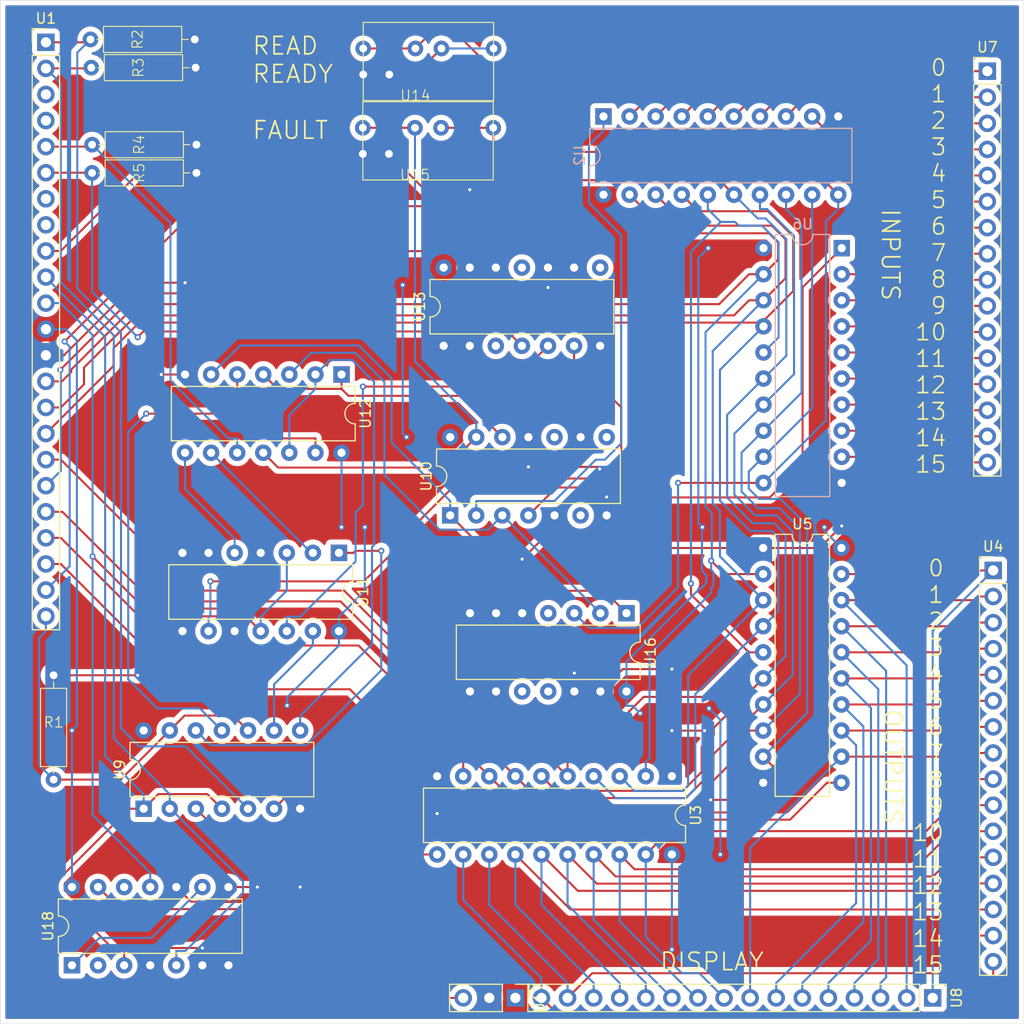
<source format=kicad_pcb>
(kicad_pcb (version 20240108) (generator "pcbnew") (generator_version "8.0")
  (layers (0 "F.Cu" signal) (31 "B.Cu" signal) (34 "B.Paste" user) (35 "F.Paste" user) (36 "B.SilkS" user "B.Silkscreen") (37 "F.SilkS" user "F.Silkscreen") (38 "B.Mask" user) (39 "F.Mask" user) (44 "Edge.Cuts" user))
  (net 0 "")
  (net 1 "Net-(U1-ENABLE)")
  (net 2 "Net-(U1-GND)")
  (net 3 "Net-(U1-READ_0)")
  (net 4 "Net-(U1-READ_1)")
  (net 5 "Net-(U1-WRITE_0)")
  (net 6 "Net-(U1-WRITE_1)")
  (net 8 "Net-(U1-D1)")
  (net 9 "Net-(U1-FAULT)")
  (net 11 "Net-(U1-CLK_A)")
  (net 12 "Net-(U1-D4)")
  (net 13 "Net-(U1-D0)")
  (net 15 "Net-(U1-CLK_B)")
  (net 16 "Net-(U1-READ_READY)")
  (net 17 "Net-(U1-D2)")
  (net 19 "Net-(U1-D5)")
  (net 20 "Net-(U1-V+)")
  (net 21 "Net-(U1-D7)")
  (net 22 "Net-(U1-D6)")
  (net 23 "Net-(U1-D3)")
  (net 24 "Net-(U2-D6)")
  (net 25 "Net-(U2-D7)")
  (net 26 "Net-(U2-D5)")
  (net 27 "Net-(U2-D3)")
  (net 28 "Net-(U2-D0)")
  (net 29 "Net-(U2-D4)")
  (net 30 "Net-(U2-D1)")
  (net 31 "Net-(U10-O0)")
  (net 32 "Net-(U14-IN)")
  (net 33 "Net-(U2-D2)")
  (net 34 "Net-(U3-Q6)")
  (net 35 "Net-(U3-Q4)")
  (net 36 "Net-(U3-CLK)")
  (net 37 "Net-(U3-Q3)")
  (net 38 "Net-(U3-Q1)")
  (net 39 "Net-(U3-Q0)")
  (net 40 "Net-(U3-Q7)")
  (net 41 "Net-(U3-Q2)")
  (net 42 "Net-(U3-Q5)")
  (net 43 "Net-(U4-7)")
  (net 44 "Net-(U4-6)")
  (net 45 "Net-(U4-5)")
  (net 46 "Net-(U4-2)")
  (net 47 "Net-(U4-3)")
  (net 48 "Net-(U4-0)")
  (net 49 "Net-(U4-4)")
  (net 50 "Net-(U4-1)")
  (net 51 "Net-(U5-CLK)")
  (net 52 "Net-(U6-D6)")
  (net 53 "Net-(U6-D0)")
  (net 54 "Net-(U6-D2)")
  (net 55 "Net-(U6-D7)")
  (net 56 "Net-(U6-D4)")
  (net 57 "Net-(U6-D3)")
  (net 58 "Net-(U6-D1)")
  (net 59 "Net-(U10-O1)")
  (net 60 "Net-(U6-D5)")
  (net 61 "Net-(U12-2B)")
  (net 62 "Net-(U11-0Q)")
  (net 63 "Net-(U11-1Q)")
  (net 64 "Net-(U12-1B)")
  (net 66 "Net-(U10-I0)")
  (net 67 "Net-(U10-I1)")
  (net 69 "Net-(U10-I5)")
  (net 71 "Net-(U10-O5)")
  (net 72 "Net-(U11-0D)")
  (net 73 "Net-(U11-1D)")
  (net 74 "Net-(U11-1Q3)")
  (net 75 "Net-(U11-0Q#)")
  (net 82 "Net-(U17-CLK)")
  (net 84 "Net-(U18-0Q)")
  (footprint "custom_footprint_library:0.4_pitch_resistor" (layer "F.Cu") (at 73.08 36.5 90)
    (property "Reference" "R5")
    (property "Value" "10k")
  )
  (footprint "custom_footprint_library:0.4_pitch_resistor" (layer "F.Cu") (at 64.25 90.5)
    (property "Reference" "R1")
    (property "Value" "10k")
  )
  (footprint "Package_DIP:DIP-20_W7.62mm" (layer "F.Cu") (at 124.46 95.25 -90)
    (property "Reference" "U3")
    (property "Value" "~")
  )
  (footprint "Package_DIP:DIP-14_W7.62mm" (layer "F.Cu") (at 102.235 53.34 90)
    (property "Reference" "U13")
    (property "Value" "~")
  )
  (footprint "custom_footprint_library:jumper" (layer "F.Cu") (at 99.443 37.185)
    (property "Reference" "U15")
    (property "Value" "~")
  )
  (footprint "Connector_PinHeader_2.54mm:PinHeader_1x16_P2.54mm_Vertical" (layer "F.Cu") (at 155.75 75.21)
    (property "Reference" "U4")
    (property "Value" "~")
  )
  (footprint "custom_footprint_library:0.4_pitch_resistor" (layer "F.Cu") (at 72.92 23.5 90)
    (property "Reference" "R2")
    (property "Value" "10k")
  )
  (footprint "Package_DIP:DIP-14_W7.62mm" (layer "F.Cu") (at 102.87 69.85 90)
    (property "Reference" "U10")
    (property "Value" "~")
  )
  (footprint "Connector_PinHeader_2.54mm:PinHeader_1x16_P2.54mm_Vertical" (layer "F.Cu") (at 155.18 26.59)
    (property "Reference" "U7")
    (property "Value" "~")
  )
  (footprint "custom_footprint_library:0.4_pitch_resistor" (layer "F.Cu") (at 73.08 33.75 90)
    (property "Reference" "R4")
    (property "Value" "10k")
  )
  (footprint "Package_DIP:DIP-14_W7.62mm" (layer "F.Cu") (at 66.04 113.665 90)
    (property "Reference" "U18")
    (property "Value" "~")
  )
  (footprint "Connector_PinHeader_2.54mm:PinHeader_1x16_P2.54mm_Vertical" (layer "F.Cu") (at 149.86 116.84 -90)
    (property "Reference" "U8")
    (property "Value" "~")
  )
  (footprint "Package_DIP:DIP-14_W7.62mm" (layer "F.Cu") (at 92.04 73.5 -90)
    (property "Reference" "U11")
    (property "Value" "~")
  )
  (footprint "Connector_PinHeader_2.54mm:PinHeader_1x23_P2.54mm_Vertical" (layer "F.Cu") (at 63.5 23.78)
    (property "Reference" "U1")
    (property "Value" "~")
  )
  (footprint "custom_footprint_library:jumper" (layer "F.Cu") (at 99.48 29.46)
    (property "Reference" "U14")
    (property "Value" "~")
  )
  (footprint "custom_footprint_library:0.4_pitch_resistor" (layer "F.Cu") (at 73 26.25 90)
    (property "Reference" "R3")
    (property "Value" "10k")
  )
  (footprint "Package_DIP:DIP-20_W7.62mm" (layer "F.Cu") (at 133.35 73.025)
    (property "Reference" "U5")
    (property "Value" "~")
  )
  (footprint "Package_DIP:DIP-14_W7.62mm" (layer "F.Cu") (at 120.04 79.375 -90)
    (property "Reference" "U16")
    (property "Value" "~")
  )
  (footprint "Package_DIP:DIP-14_W7.62mm" (layer "F.Cu") (at 92.29 56.13 -90)
    (property "Reference" "U12")
    (property "Value" "~")
  )
  (footprint "Connector_PinHeader_2.54mm:PinHeader_1x03_P2.54mm_Vertical" (layer "F.Cu") (at 109.22 116.84 -90)
    (property "Reference" "U17")
    (property "Value" "~")
  )
  (footprint "Package_DIP:DIP-14_W7.62mm" (layer "F.Cu") (at 73.02 98.415 90)
    (property "Reference" "U9")
    (property "Value" "~")
  )
  (footprint "Package_DIP:DIP-20_W7.62mm" (layer "B.Cu") (at 141 43.825 180)
    (property "Reference" "U6")
    (property "Value" "~")
  )
  (footprint "Package_DIP:DIP-20_W7.62mm" (layer "B.Cu") (at 117.8 31 -90)
    (property "Reference" "U2")
    (property "Value" "~")
  )
  (gr_rect (start 59.055 19.685) (end 158.75 119.38) (stroke (width 0.05)) (fill none) (layer "Edge.Cuts"))
  (gr_text "OUTPUTS" (at 145 88.61 -90) (layer "F.SilkS") (effects (font (size 1.7 1.7) (thickness 0.17)) (justify left bottom)))
  (gr_text "INPUTS" (at 144.75 39.86 270) (layer "F.SilkS") (effects (font (size 1.7 1.7) (thickness 0.17)) (justify left bottom)))
  (gr_text "DISPLAY" (at 123.19 114.3 0) (layer "F.SilkS") (effects (font (size 1.7 1.7) (thickness 0.17)) (justify left bottom)))
  (gr_text_box "0\n1\n2\n3\n4\n5\n6\n7\n8\n9\n10\n11\n12\n13\n14\n15" (start 146.75 24.11) (end 152.5 65.89) (layer "F.SilkS") (effects (font (size 1.6 1.6) (thickness 0.16)) (justify right top)) (border no))
  (gr_text_box "READ READY\n\nFAULT" (start 82.233 21.855) (end 94.363 37.185) (layer "F.SilkS") (effects (font (size 1.7 1.7) (thickness 0.17)) (justify left top)) (border no) (stroke (width 0.1)))
  (gr_text_box "0\n1\n2\n3\n4\n5\n6\n7\n8\n9\n10\n11\n12\n13\n14\n15" (start 146.5 72.86) (end 152.25 114.64) (layer "F.SilkS") (effects (font (size 1.6 1.6) (thickness 0.16)) (justify right top)) (border no))
  (segment (start 83.18 90.795) (end 81.7294 89.3444) (width 0.2) (layer "F.Cu") (net 1))
  (segment (start 75.56 90.795) (end 70.775 95.58) (width 0.2) (layer "F.Cu") (net 1))
  (segment (start 77.0106 89.3444) (end 75.56 90.795) (width 0.2) (layer "F.Cu") (net 1))
  (segment (start 70.775 95.58) (end 64.25 95.58) (width 0.2) (layer "F.Cu") (net 1))
  (segment (start 81.7294 89.3444) (end 77.0106 89.3444) (width 0.2) (layer "F.Cu") (net 1))
  (segment (start 62.8376 81.7741) (end 62.8376 94.1676) (width 0.2) (layer "B.Cu") (net 1))
  (segment (start 63.5 79.66) (end 63.5 81.1117) (width 0.2) (layer "B.Cu") (net 1))
  (segment (start 62.8376 94.1676) (end 64.25 95.58) (width 0.2) (layer "B.Cu") (net 1))
  (segment (start 63.5 81.1117) (end 62.8376 81.7741) (width 0.2) (layer "B.Cu") (net 1))
  (segment (start 75.3475 111.9775) (end 78.74 111.9775) (width 0.2) (layer "F.Cu") (net 2))
  (segment (start 64.25 85.42) (end 72.441 85.42) (width 0.2) (layer "F.Cu") (net 2))
  (segment (start 94.4 26.92) (end 96.94 26.92) (width 0.2) (layer "F.Cu") (net 2))
  (segment (start 133.35 95.885) (end 131.9483 95.885) (width 0.2) (layer "F.Cu") (net 2))
  (segment (start 117.5 86.995) (end 119.675 84.82) (width 0.2) (layer "F.Cu") (net 2))
  (segment (start 109.1261 85.2089) (end 114.96 85.2089) (width 0.2) (layer "F.Cu") (net 2))
  (segment (start 78.74 113.665) (end 81.28 113.665) (width 0.2) (layer "F.Cu") (net 2))
  (segment (start 84.0947 106.045) (end 81.28 106.045) (width 0.2) (layer "F.Cu") (net 2))
  (segment (start 113.03 71.2517) (end 112.7411 71.2517) (width 0.2) (layer "F.Cu") (net 2))
  (segment (start 113.03 69.85) (end 114.825 68.055) (width 0.2) (layer "F.Cu") (net 2))
  (segment (start 79.859 107.466) (end 77.621 107.466) (width 0.2) (layer "F.Cu") (net 2))
  (segment (start 107.315 45.72) (end 104.775 45.72) (width 0.2) (layer "F.Cu") (net 2))
  (segment (start 115.57 62.23) (end 115.57 63.6317) (width 0.2) (layer "F.Cu") (net 2))
  (segment (start 73.66 113.665) (end 75.3475 111.9775) (width 0.2) (layer "F.Cu") (net 2))
  (segment (start 115.57 63.6317) (end 115.57 65.1251) (width 0.2) (layer "F.Cu") (net 2))
  (segment (start 127.6429 90.814) (end 124.46 90.814) (width 0.2) (layer "F.Cu") (net 2))
  (segment (start 79.34 73.5) (end 76.8 73.5) (width 0.2) (layer "F.Cu") (net 2))
  (segment (start 110.49 65.1251) (end 115.57 65.1251) (width 0.2) (layer "F.Cu") (net 2))
  (segment (start 107.34 79.375) (end 104.8 79.375) (width 0.2) (layer "F.Cu") (net 2))
  (segment (start 77.05 56.13) (end 74.7325 56.13) (width 0.2) (layer "F.Cu") (net 2))
  (segment (start 76.8 81.12) (end 78.2424 79.6776) (width 0.2) (layer "F.Cu") (net 2))
  (segment (start 128.2272 97.5545) (end 130.2788 97.5545) (width 0.2) (layer "F.Cu") (net 2))
  (segment (start 63.5 54.26) (end 64.9517 54.26) (width 0.2) (layer "F.Cu") (net 2))
  (segment (start 102.235 53.34) (end 104.775 53.34) (width 0.2) (layer "F.Cu") (net 2))
  (segment (start 88.26 106.045) (end 84.0947 106.045) (width 0.2) (layer "F.Cu") (net 2))
  (segment (start 78.16 33.75) (end 93.468 33.75) (width 0.2) (layer "F.Cu") (net 2))
  (segment (start 115.57 65.1251) (end 117.2231 65.1251) (width 0.2) (layer "F.Cu") (net 2))
  (segment (start 114.96 86.995) (end 117.5 86.995) (width 0.2) (layer "F.Cu") (net 2))
  (segment (start 65.2524 54.26) (end 64.9517 54.26) (width 0.2) (layer "F.Cu") (net 2))
  (segment (start 114.825 68.055) (end 118.11 68.055) (width 0.2) (layer "F.Cu") (net 2))
  (segment (start 113.03 69.85) (end 113.03 71.2517) (width 0.2) (layer "F.Cu") (net 2))
  (segment (start 114.935 45.72) (end 112.395 45.72) (width 0.2) (layer "F.Cu") (net 2))
  (segment (start 122.6867 73.025) (end 119.5117 69.85) (width 0.2) (layer "F.Cu") (net 2))
  (segment (start 109.2575 47.6625) (end 107.315 45.72) (width 0.2) (layer "F.Cu") (net 2))
  (segment (start 119.675 84.82) (end 124.46 84.82) (width 0.2) (layer "F.Cu") (net 2))
  (segment (start 72.3184 47.194) (end 65.2524 54.26) (width 0.2) (layer "F.Cu") (net 2))
  (segment (start 90.1378 98.8911) (end 101.6 98.8911) (width 0.2) (layer "F.Cu") (net 2))
  (segment (start 77.621 107.466) (end 76.2 106.045) (width 0.2) (layer "F.Cu") (net 2))
  (segment (start 93.468 33.75) (end 94.363 34.645) (width 0.2) (layer "F.Cu") (net 2))
  (segment (start 94.363 34.645) (end 96.903 34.645) (width 0.2) (layer "F.Cu") (net 2))
  (segment (start 118.11 69.85) (end 119.5117 69.85) (width 0.2) (layer "F.Cu") (net 2))
  (segment (start 78.2424 79.6776) (end 80.4376 79.6776) (width 0.2) (layer "F.Cu") (net 2))
  (segment (start 89.6617 98.415) (end 90.1378 98.8911) (width 0.2) (layer "F.Cu") (net 2))
  (segment (start 77.05 47.194) (end 72.3184 47.194) (width 0.2) (layer "F.Cu") (net 2))
  (segment (start 81.28 106.045) (end 79.859 107.466) (width 0.2) (layer "F.Cu") (net 2))
  (segment (start 112.7411 71.2517) (end 109.88 74.1128) (width 0.2) (layer "F.Cu") (net 2))
  (segment (start 117.2231 65.1251) (end 117.4234 65.3254) (width 0.2) (layer "F.Cu") (net 2))
  (segment (start 141 70.8786) (end 138.8536 73.025) (width 0.2) (layer "F.Cu") (net 2))
  (segment (start 112.395 47.6625) (end 109.2575 47.6625) (width 0.2) (layer "F.Cu") (net 2))
  (segment (start 88.26 98.415) (end 89.6617 98.415) (width 0.2) (layer "F.Cu") (net 2))
  (segment (start 104.8 86.995) (end 107.34 86.995) (width 0.2) (layer "F.Cu") (net 2))
  (segment (start 107.34 86.995) (end 109.1261 85.2089) (width 0.2) (layer "F.Cu") (net 2))
  (segment (start 100.3972 38.1392) (end 104.775 38.1392) (width 0.2) (layer "F.Cu") (net 2))
  (segment (start 80.4376 79.6776) (end 81.88 81.12) (width 0.2) (layer "F.Cu") (net 2))
  (segment (start 138.8536 73.025) (end 133.35 73.025) (width 0.2) (layer "F.Cu") (net 2))
  (segment (start 96.903 34.645) (end 100.3972 38.1392) (width 0.2) (layer "F.Cu") (net 2))
  (segment (start 130.2788 97.5545) (end 131.9483 95.885) (width 0.2) (layer "F.Cu") (net 2))
  (segment (start 133.35 73.025) (end 122.6867 73.025) (width 0.2) (layer "F.Cu") (net 2))
  (segment (start 109.88 79.375) (end 107.34 79.375) (width 0.2) (layer "F.Cu") (net 2))
  (via (at 74.7325 56.13) (size 0.6) (drill 0.3) (layers "F.Cu" "B.Cu") (net 2))
  (via (at 101.6 98.8911) (size 0.6) (drill 0.3) (layers "F.Cu" "B.Cu") (net 2))
  (via (at 118.11 68.055) (size 0.6) (drill 0.3) (layers "F.Cu" "B.Cu") (net 2))
  (via (at 127.6429 90.814) (size 0.6) (drill 0.3) (layers "F.Cu" "B.Cu") (net 2))
  (via (at 109.88 74.1128) (size 0.6) (drill 0.3) (layers "F.Cu" "B.Cu") (net 2))
  (via (at 78.74 111.9775) (size 0.6) (drill 0.3) (layers "F.Cu" "B.Cu") (net 2))
  (via (at 104.775 38.1392) (size 0.6) (drill 0.3) (layers "F.Cu" "B.Cu") (net 2))
  (via (at 141 70.8786) (size 0.6) (drill 0.3) (layers "F.Cu" "B.Cu") (net 2))
  (via (at 128.2272 97.5545) (size 0.6) (drill 0.3) (layers "F.Cu" "B.Cu") (net 2))
  (via (at 124.46 84.82) (size 0.6) (drill 0.3) (layers "F.Cu" "B.Cu") (net 2))
  (via (at 72.441 85.42) (size 0.6) (drill 0.3) (layers "F.Cu" "B.Cu") (net 2))
  (via (at 112.395 47.6625) (size 0.6) (drill 0.3) (layers "F.Cu" "B.Cu") (net 2))
  (via (at 110.49 65.1251) (size 0.6) (drill 0.3) (layers "F.Cu" "B.Cu") (net 2))
  (via (at 114.96 85.2089) (size 0.6) (drill 0.3) (layers "F.Cu" "B.Cu") (net 2))
  (via (at 77.05 47.194) (size 0.6) (drill 0.3) (layers "F.Cu" "B.Cu") (net 2))
  (via (at 117.4234 65.3254) (size 0.6) (drill 0.3) (layers "F.Cu" "B.Cu") (net 2))
  (via (at 124.46 90.814) (size 0.6) (drill 0.3) (layers "F.Cu" "B.Cu") (net 2))
  (via (at 84.0947 106.045) (size 0.6) (drill 0.3) (layers "F.Cu" "B.Cu") (net 2))
  (via (at 88.26 106.045) (size 0.6) (drill 0.3) (layers "F.Cu" "B.Cu") (net 2))
  (segment (start 127.6429 90.814) (end 127.6429 96.9702) (width 0.2) (layer "B.Cu") (net 2))
  (segment (start 78.08 23.58) (end 78.08 26.25) (width 0.2) (layer "B.Cu") (net 2))
  (segment (start 104.775 53.34) (end 104.775 45.72) (width 0.2) (layer "B.Cu") (net 2))
  (segment (start 114.96 86.995) (end 114.96 85.2089) (width 0.2) (layer "B.Cu") (net 2))
  (segment (start 81.28 112.2633) (end 84.0947 109.4486) (width 0.2) (layer "B.Cu") (net 2))
  (segment (start 101.6 95.25) (end 101.6 96.6517) (width 0.2) (layer "B.Cu") (net 2))
  (segment (start 104.8 86.995) (end 104.8 88.3967) (width 0.2) (layer "B.Cu") (net 2))
  (segment (start 78.08 33.67) (end 78.08 26.25) (width 0.2) (layer "B.Cu") (net 2))
  (segment (start 74.7325 70.0308) (end 74.7325 56.13) (width 0.2) (layer "B.Cu") (net 2))
  (segment (start 141 66.685) (end 141 70.8786) (width 0.2) (layer "B.Cu") (net 2))
  (segment (start 142.4189 65.2661) (end 142.4189 34.1606) (width 0.2) (layer "B.Cu") (net 2))
  (segment (start 77.05 56.13) (end 77.05 47.194) (width 0.2) (layer "B.Cu") (net 2))
  (segment (start 112.395 45.72) (end 112.395 47.6625) (width 0.2) (layer "B.Cu") (net 2))
  (segment (start 101.6 96.6517) (end 101.6 98.8911) (width 0.2) (layer "B.Cu") (net 2))
  (segment (start 101.6 95.25) (end 101.6 91.5967) (width 0.2) (layer "B.Cu") (net 2))
  (segment (start 72.441 83.4641) (end 72.441 85.42) (width 0.2) (layer "B.Cu") (net 2))
  (segment (start 114.935 49.3983) (end 114.935 45.72) (width 0.2) (layer "B.Cu") (net 2))
  (segment (start 96.903 34.645) (end 96.903 26.957) (width 0.2) (layer "B.Cu") (net 2))
  (segment (start 117.475 58.9233) (end 117.475 53.34) (width 0.2) (layer "B.Cu") (net 2))
  (segment (start 140.66 31) (end 140.66 32.4017) (width 0.2) (layer "B.Cu") (net 2))
  (segment (start 76.8 79.7183) (end 76.1868 79.7183) (width 0.2) (layer "B.Cu") (net 2))
  (segment (start 96.903 26.957) (end 96.94 26.92) (width 0.2) (layer "B.Cu") (net 2))
  (segment (start 110.49 62.23) (end 110.49 65.1251) (width 0.2) (layer "B.Cu") (net 2))
  (segment (start 84.0947 109.4486) (end 84.0947 106.045) (width 0.2) (layer "B.Cu") (net 2))
  (segment (start 115.57 62.23) (end 115.57 60.8283) (width 0.2) (layer "B.Cu") (net 2))
  (segment (start 124.46 90.814) (end 124.46 84.82) (width 0.2) (layer "B.Cu") (net 2))
  (segment (start 77.05 47.194) (end 77.05 37.61) (width 0.2) (layer "B.Cu") (net 2))
  (segment (start 101.6 98.8911) (end 100.1271 100.364) (width 0.2) (layer "B.Cu") (net 2))
  (segment (start 104.775 45.72) (end 104.775 38.1392) (width 0.2) (layer "B.Cu") (net 2))
  (segment (start 77.05 37.61) (end 78.16 36.5) (width 0.2) (layer "B.Cu") (net 2))
  (segment (start 88.26 98.415) (end 88.26 106.045) (width 0.2) (layer "B.Cu") (net 2))
  (segment (start 127.6429 96.9702) (end 128.2272 97.5545) (width 0.2) (layer "B.Cu") (net 2))
  (segment (start 84.42 73.5) (end 84.42 74.9017) (width 0.2) (layer "B.Cu") (net 2))
  (segment (start 78 23.5) (end 78.08 23.58) (width 0.2) (layer "B.Cu") (net 2))
  (segment (start 124.46 95.25) (end 124.46 90.814) (width 0.2) (layer "B.Cu") (net 2))
  (segment (start 141 66.685) (end 142.4189 65.2661) (width 0.2) (layer "B.Cu") (net 2))
  (segment (start 117.475 53.34) (end 117.475 51.9383) (width 0.2) (layer "B.Cu") (net 2))
  (segment (start 115.57 60.8283) (end 117.475 58.9233) (width 0.2) (layer "B.Cu") (net 2))
  (segment (start 78.16 33.75) (end 78.08 33.67) (width 0.2) (layer "B.Cu") (net 2))
  (segment (start 76.8 81.12) (end 76.8 79.7183) (width 0.2) (layer "B.Cu") (net 2))
  (segment (start 118.11 68.055) (end 118.11 66.012) (width 0.2) (layer "B.Cu") (net 2))
  (segment (start 107.34 79.375) (end 107.34 86.995) (width 0.2) (layer "B.Cu") (net 2))
  (segment (start 118.11 66.012) (end 117.4234 65.3254) (width 0.2) (layer "B.Cu") (net 2))
  (segment (start 106.68 116.84) (end 106.68 115.3883) (width 0.2) (layer "B.Cu") (net 2))
  (segment (start 78.16 36.5) (end 78.16 33.75) (width 0.2) (layer "B.Cu") (net 2))
  (segment (start 78.74 113.665) (end 78.74 111.9775) (width 0.2) (layer "B.Cu") (net 2))
  (segment (start 117.475 51.9383) (end 114.935 49.3983) (width 0.2) (layer "B.Cu") (net 2))
  (segment (start 118.11 69.85) (end 118.11 68.055) (width 0.2) (layer "B.Cu") (net 2))
  (segment (start 81.28 113.665) (end 81.28 112.2633) (width 0.2) (layer "B.Cu") (net 2))
  (segment (start 76.8 73.5) (end 76.8 74.9017) (width 0.2) (layer "B.Cu") (net 2))
  (segment (start 109.88 79.375) (end 109.88 74.1128) (width 0.2) (layer "B.Cu") (net 2))
  (segment (start 76.8 72.0983) (end 74.7325 70.0308) (width 0.2) (layer "B.Cu") (net 2))
  (segment (start 142.4189 34.1606) (end 140.66 32.4017) (width 0.2) (layer "B.Cu") (net 2))
  (segment (start 84.42 74.9017) (end 76.8 74.9017) (width 0.2) (layer "B.Cu") (net 2))
  (segment (start 100.1271 108.8354) (end 106.68 115.3883) (width 0.2) (layer "B.Cu") (net 2))
  (segment (start 100.1271 100.364) (end 100.1271 108.8354) (width 0.2) (layer "B.Cu") (net 2))
  (segment (start 101.6 91.5967) (end 104.8 88.3967) (width 0.2) (layer "B.Cu") (net 2))
  (segment (start 76.8 79.7183) (end 76.8 74.9017) (width 0.2) (layer "B.Cu") (net 2))
  (segment (start 76.1868 79.7183) (end 72.441 83.4641) (width 0.2) (layer "B.Cu") (net 2))
  (segment (start 76.8 73.5) (end 76.8 72.0983) (width 0.2) (layer "B.Cu") (net 2))
  (segment (start 67.56 23.78) (end 67.84 23.5) (width 0.2) (layer "F.Cu") (net 3))
  (segment (start 63.5 23.78) (end 67.56 23.78) (width 0.2) (layer "F.Cu") (net 3))
  (segment (start 70.8149 90.573) (end 70.8149 52.0295) (width 0.2) (layer "B.Cu") (net 3))
  (segment (start 77.1058 92.3408) (end 72.5827 92.3408) (width 0.2) (layer "B.Cu") (net 3))
  (segment (start 70.8149 52.0295) (end 66.5559 47.7705) (width 0.2) (layer "B.Cu") (net 3))
  (segment (start 72.5827 92.3408) (end 70.8149 90.573) (width 0.2) (layer "B.Cu") (net 3))
  (segment (start 66.5559 24.7841) (end 67.84 23.5) (width 0.2) (layer "B.Cu") (net 3))
  (segment (start 66.5559 47.7705) (end 66.5559 24.7841) (width 0.2) (layer "B.Cu") (net 3))
  (segment (start 83.18 98.415) (end 77.1058 92.3408) (width 0.2) (layer "B.Cu") (net 3))
  (segment (start 63.5 26.32) (end 67.85 26.32) (width 0.2) (layer "F.Cu") (net 4))
  (segment (start 67.85 26.32) (end 67.92 26.25) (width 0.2) (layer "F.Cu") (net 4))
  (segment (start 75.56 97.0133) (end 70.1132 91.5665) (width 0.2) (layer "B.Cu") (net 4))
  (segment (start 64.9517 47.1586) (end 64.9517 27.7717) (width 0.2) (layer "B.Cu") (net 4))
  (segment (start 82.6914 106.6605) (end 77.0886 112.2633) (width 0.2) (layer "B.Cu") (net 4))
  (segment (start 70.1132 52.3201) (end 64.9517 47.1586) (width 0.2) (layer "B.Cu") (net 4))
  (segment (start 70.1132 91.5665) (end 70.1132 52.3201) (width 0.2) (layer "B.Cu") (net 4))
  (segment (start 75.56 98.415) (end 75.56 97.0133) (width 0.2) (layer "B.Cu") (net 4))
  (segment (start 82.6914 105.4639) (end 82.6914 106.6605) (width 0.2) (layer "B.Cu") (net 4))
  (segment (start 76.2 113.665) (end 76.2 112.2633) (width 0.2) (layer "B.Cu") (net 4))
  (segment (start 75.6425 98.415) (end 82.6914 105.4639) (width 0.2) (layer "B.Cu") (net 4))
  (segment (start 64.9517 27.7717) (end 63.5 26.32) (width 0.2) (layer "B.Cu") (net 4))
  (segment (start 75.56 98.415) (end 75.6425 98.415) (width 0.2) (layer "B.Cu") (net 4))
  (segment (start 77.0886 112.2633) (end 76.2 112.2633) (width 0.2) (layer "B.Cu") (net 4))
  (segment (start 67.81 33.94) (end 68 33.75) (width 0.2) (layer "F.Cu") (net 5))
  (segment (start 63.5 33.94) (end 67.81 33.94) (width 0.2) (layer "F.Cu") (net 5))
  (segment (start 82.13 62.3483) (end 81.2539 62.3483) (width 0.2) (layer "B.Cu") (net 5))
  (segment (start 75.6342 56.7286) (end 75.6342 41.3842) (width 0.2) (layer "B.Cu") (net 5))
  (segment (start 75.6342 41.3842) (end 68 33.75) (width 0.2) (layer "B.Cu") (net 5))
  (segment (start 82.13 63.75) (end 82.13 62.3483) (width 0.2) (layer "B.Cu") (net 5))
  (segment (start 81.2539 62.3483) (end 75.6342 56.7286) (width 0.2) (layer "B.Cu") (net 5))
  (segment (start 72.9954 51.9383) (end 108.4533 51.9383) (width 0.2) (layer "F.Cu") (net 6))
  (segment (start 72.4369 52.4968) (end 72.9954 51.9383) (width 0.2) (layer "F.Cu") (net 6))
  (segment (start 63.5 36.48) (end 67.98 36.48) (width 0.2) (layer "F.Cu") (net 6))
  (segment (start 108.4533 51.9383) (end 109.855 53.34) (width 0.2) (layer "F.Cu") (net 6))
  (segment (start 67.98 36.48) (end 68 36.5) (width 0.2) (layer "F.Cu") (net 6))
  (via (at 72.4369 52.4968) (size 0.6) (drill 0.3) (layers "F.Cu" "B.Cu") (net 6))
  (segment (start 68 36.5) (end 68 48.0599) (width 0.2) (layer "B.Cu") (net 6))
  (segment (start 68 48.0599) (end 72.4369 52.4968) (width 0.2) (layer "B.Cu") (net 6))
  (segment (start 125.8952 41.6352) (end 134.189 41.6352) (width 0.2) (layer "F.Cu") (net 8))
  (segment (start 130.5101 50.3732) (end 131.9783 48.905) (width 0.2) (layer "F.Cu") (net 8))
  (segment (start 63.5 59.34) (end 64.9517 59.34) (width 0.2) (layer "F.Cu") (net 8))
  (segment (start 64.9517 59.34) (end 67.2112 57.0805) (width 0.2) (layer "F.Cu") (net 8))
  (segment (start 67.2112 55.4549) (end 72.2929 50.3732) (width 0.2) (layer "F.Cu") (net 8))
  (segment (start 72.2929 50.3732) (end 130.5101 50.3732) (width 0.2) (layer "F.Cu") (net 8))
  (segment (start 134.189 41.6352) (end 135.5212 42.9674) (width 0.2) (layer "F.Cu") (net 8))
  (segment (start 135.5212 42.9674) (end 135.5212 46.7638) (width 0.2) (layer "F.Cu") (net 8))
  (segment (start 133.38 48.905) (end 131.9783 48.905) (width 0.2) (layer "F.Cu") (net 8))
  (segment (start 122.88 38.62) (end 125.8952 41.6352) (width 0.2) (layer "F.Cu") (net 8))
  (segment (start 135.5212 46.7638) (end 133.38 48.905) (width 0.2) (layer "F.Cu") (net 8))
  (segment (start 67.2112 57.0805) (end 67.2112 55.4549) (width 0.2) (layer "F.Cu") (net 8))
  (segment (start 126.0395 85.4155) (end 126.0395 96.1855) (width 0.2) (layer "B.Cu") (net 8))
  (segment (start 129.14 69.4016) (end 128.4398 68.7014) (width 0.2) (layer "B.Cu") (net 8))
  (segment (start 133.35 78.105) (end 133.35 78.0541) (width 0.2) (layer "B.Cu") (net 8))
  (segment (start 129.14 73.8441) (end 129.14 69.4016) (width 0.2) (layer "B.Cu") (net 8))
  (segment (start 128.4383 65.6894) (end 128.4383 53.8467) (width 0.2) (layer "B.Cu") (net 8))
  (segment (start 133.35 78.105) (end 126.0395 85.4155) (width 0.2) (layer "B.Cu") (net 8))
  (segment (start 133.35 78.0541) (end 129.14 73.8441) (width 0.2) (layer "B.Cu") (net 8))
  (segment (start 126.0395 96.1855) (end 125.5342 96.6908) (width 0.2) (layer "B.Cu") (net 8))
  (segment (start 125.5342 96.6908) (end 120.8208 96.6908) (width 0.2) (layer "B.Cu") (net 8))
  (segment (start 128.4398 68.7014) (end 128.4398 65.6909) (width 0.2) (layer "B.Cu") (net 8))
  (segment (start 128.4383 53.8467) (end 133.38 48.905) (width 0.2) (layer "B.Cu") (net 8))
  (segment (start 120.8208 96.6908) (end 119.38 95.25) (width 0.2) (layer "B.Cu") (net 8))
  (segment (start 128.4398 65.6909) (end 128.4383 65.6894) (width 0.2) (layer "B.Cu") (net 8))
  (segment (start 78.4959 39.7412) (end 65.3202 52.9169) (width 0.2) (layer "F.Cu") (net 9))
  (segment (start 104.4878 39.7411) (end 78.4959 39.7411) (width 0.2) (layer "F.Cu") (net 9))
  (segment (start 107.063 32.105) (end 101.983 32.105) (width 0.2) (layer "F.Cu") (net 9))
  (segment (start 78.4959 39.7411) (end 78.4959 39.7412) (width 0.2) (layer "F.Cu") (net 9))
  (segment (start 107.063 37.1659) (end 104.4878 39.7411) (width 0.2) (layer "F.Cu") (net 9))
  (segment (start 107.063 32.105) (end 107.063 37.1659) (width 0.2) (layer "F.Cu") (net 9))
  (via (at 65.3202 52.9169) (size 0.6) (drill 0.3) (layers "F.Cu" "B.Cu") (net 9))
  (segment (start 65.8139 53.4106) (end 65.3202 52.9169) (width 0.2) (layer "B.Cu") (net 9))
  (segment (start 65.8139 74.8061) (end 65.8139 53.4106) (width 0.2) (layer "B.Cu") (net 9))
  (segment (start 63.5 77.12) (end 65.8139 74.8061) (width 0.2) (layer "B.Cu") (net 9))
  (segment (start 64.6268 105.4065) (end 64.6268 106.6587) (width 0.2) (layer "F.Cu") (net 11))
  (segment (start 71.6183 98.415) (end 64.6268 105.4065) (width 0.2) (layer "F.Cu") (net 11))
  (segment (start 64.6268 106.6587) (end 70.2314 112.2633) (width 0.2) (layer "F.Cu") (net 11))
  (segment (start 71.12 113.665) (end 71.12 112.2633) (width 0.2) (layer "F.Cu") (net 11))
  (segment (start 80.64 98.415) (end 79.2176 96.9926) (width 0.2) (layer "F.Cu") (net 11))
  (segment (start 73.02 98.415) (end 71.6183 98.415) (width 0.2) (layer "F.Cu") (net 11))
  (segment (start 70.2314 112.2633) (end 71.12 112.2633) (width 0.2) (layer "F.Cu") (net 11))
  (segment (start 79.2176 96.9926) (end 74.4424 96.9926) (width 0.2) (layer "F.Cu") (net 11))
  (segment (start 74.4424 96.9926) (end 73.02 98.415) (width 0.2) (layer "F.Cu") (net 11))
  (segment (start 73.02 98.415) (end 73.02 97.0133) (width 0.2) (layer "B.Cu") (net 11))
  (segment (start 69.2686 93.2619) (end 69.2686 52.4679) (width 0.2) (layer "B.Cu") (net 11))
  (segment (start 73.02 97.0133) (end 69.2686 93.2619) (width 0.2) (layer "B.Cu") (net 11))
  (segment (start 69.2686 52.4679) (end 63.5 46.6993) (width 0.2) (layer "B.Cu") (net 11))
  (segment (start 63.5 46.6993) (end 63.5 46.64) (width 0.2) (layer "B.Cu") (net 11))
  (segment (start 130.5 38.62) (end 129.088 37.208) (width 0.2) (layer "F.Cu") (net 12))
  (segment (start 79.5249 48.225) (end 72.3529 48.225) (width 0.2) (layer "F.Cu") (net 12))
  (segment (start 127.3613 92.3708) (end 128.5446 91.1875) (width 0.2) (layer "F.Cu") (net 12))
  (segment (start 125.5206 96.675) (end 127.3613 94.8343) (width 0.2) (layer "F.Cu") (net 12))
  (segment (start 127.3613 94.8343) (end 127.3613 92.3708) (width 0.2) (layer "F.Cu") (net 12))
  (segment (start 108.0721 37.208) (end 101.1642 44.1159) (width 0.2) (layer "F.Cu") (net 12))
  (segment (start 128.5446 90.5304) (end 133.35 85.725) (width 0.2) (layer "F.Cu") (net 12))
  (segment (start 129.088 37.208) (end 108.0721 37.208) (width 0.2) (layer "F.Cu") (net 12))
  (segment (start 72.3529 48.225) (end 64.9122 55.6657) (width 0.2) (layer "F.Cu") (net 12))
  (segment (start 101.1642 44.1159) (end 83.634 44.1159) (width 0.2) (layer "F.Cu") (net 12))
  (segment (start 83.634 44.1159) (end 79.5249 48.225) (width 0.2) (layer "F.Cu") (net 12))
  (segment (start 111.76 95.25) (end 113.185 96.675) (width 0.2) (layer "F.Cu") (net 12))
  (segment (start 128.5446 91.1875) (end 128.5446 90.5304) (width 0.2) (layer "F.Cu") (net 12))
  (segment (start 113.185 96.675) (end 125.5206 96.675) (width 0.2) (layer "F.Cu") (net 12))
  (via (at 64.9122 55.6657) (size 0.6) (drill 0.3) (layers "F.Cu" "B.Cu") (net 12))
  (segment (start 132.8141 40.9341) (end 133.5888 40.9341) (width 0.2) (layer "B.Cu") (net 12))
  (segment (start 133.5888 40.9341) (end 135.6046 42.9499) (width 0.2) (layer "B.Cu") (net 12))
  (segment (start 134.4284 70.6147) (end 132.3377 70.6147) (width 0.2) (layer "B.Cu") (net 12))
  (segment (start 64.9122 55.6657) (end 64.9517 55.7052) (width 0.2) (layer "B.Cu") (net 12))
  (segment (start 129.8417 65.1082) (end 129.8417 60.0633) (width 0.2) (layer "B.Cu") (net 12))
  (segment (start 129.8417 60.0633) (end 133.38 56.525) (width 0.2) (layer "B.Cu") (net 12))
  (segment (start 132.3377 70.6147) (end 129.8432 68.1202) (width 0.2) (layer "B.Cu") (net 12))
  (segment (start 64.9517 55.7052) (end 64.9517 65.5083) (width 0.2) (layer "B.Cu") (net 12))
  (segment (start 135.529 83.546) (end 135.529 71.7153) (width 0.2) (layer "B.Cu") (net 12))
  (segment (start 133.35 85.725) (end 135.529 83.546) (width 0.2) (layer "B.Cu") (net 12))
  (segment (start 135.6046 54.3004) (end 133.38 56.525) (width 0.2) (layer "B.Cu") (net 12))
  (segment (start 135.6046 42.9499) (end 135.6046 54.3004) (width 0.2) (layer "B.Cu") (net 12))
  (segment (start 64.9517 65.5083) (end 63.5 66.96) (width 0.2) (layer "B.Cu") (net 12))
  (segment (start 130.5 38.62) (end 132.8141 40.9341) (width 0.2) (layer "B.Cu") (net 12))
  (segment (start 135.529 71.7153) (end 134.4284 70.6147) (width 0.2) (layer "B.Cu") (net 12))
  (segment (start 129.8432 65.1097) (end 129.8417 65.1082) (width 0.2) (layer "B.Cu") (net 12))
  (segment (start 129.8432 68.1202) (end 129.8432 65.1097) (width 0.2) (layer "B.Cu") (net 12))
  (segment (start 134.8036 44.9414) (end 133.38 46.365) (width 0.2) (layer "F.Cu") (net 13))
  (segment (start 65.9622 55.6619) (end 72.3474 49.2767) (width 0.2) (layer "F.Cu") (net 13))
  (segment (start 64.9517 56.8) (end 65.0531 56.8) (width 0.2) (layer "F.Cu") (net 13))
  (segment (start 72.3474 49.2767) (end 129.0666 49.2767) (width 0.2) (layer "F.Cu") (net 13))
  (segment (start 134.8036 43.2614) (end 134.8036 44.9414) (width 0.2) (layer "F.Cu") (net 13))
  (segment (start 65.0531 56.8) (end 65.9622 55.8909) (width 0.2) (layer "F.Cu") (net 13))
  (segment (start 63.5 56.8) (end 64.9517 56.8) (width 0.2) (layer "F.Cu") (net 13))
  (segment (start 65.9622 55.8909) (end 65.9622 55.6619) (width 0.2) (layer "F.Cu") (net 13))
  (segment (start 129.0666 49.2767) (end 131.9783 46.365) (width 0.2) (layer "F.Cu") (net 13))
  (segment (start 133.38 46.365) (end 131.9783 46.365) (width 0.2) (layer "F.Cu") (net 13))
  (segment (start 124.0989 42.3789) (end 133.9211 42.3789) (width 0.2) (layer "F.Cu") (net 13))
  (segment (start 120.34 38.62) (end 124.0989 42.3789) (width 0.2) (layer "F.Cu") (net 13))
  (segment (start 133.9211 42.3789) (end 134.8036 43.2614) (width 0.2) (layer "F.Cu") (net 13))
  (segment (start 129.5857 75.565) (end 133.35 75.565) (width 0.2) (layer "F.Cu") (net 13))
  (segment (start 128.2874 74.2667) (end 129.5857 75.565) (width 0.2) (layer "F.Cu") (net 13))
  (via (at 128.2874 74.2667) (size 0.6) (drill 0.3) (layers "F.Cu" "B.Cu") (net 13))
  (segment (start 128.2874 75.1742) (end 128.2874 74.2667) (width 0.2) (layer "B.Cu") (net 13))
  (segment (start 128.5119 76.7269) (end 128.5119 75.3987) (width 0.2) (layer "B.Cu") (net 13))
  (segment (start 128.3506 74.2035) (end 128.3506 69.6045) (width 0.2) (layer "B.Cu") (net 13))
  (segment (start 128.2874 77.3986) (end 128.2874 76.9514) (width 0.2) (layer "B.Cu") (net 13))
  (segment (start 128.3506 69.6045) (end 127.7381 68.992) (width 0.2) (layer "B.Cu") (net 13))
  (segment (start 127.7366 52.0084) (end 133.38 46.365) (width 0.2) (layer "B.Cu") (net 13))
  (segment (start 127.7381 65.9815) (end 127.7366 65.98) (width 0.2) (layer "B.Cu") (net 13))
  (segment (start 128.5119 75.3987) (end 128.2874 75.1742) (width 0.2) (layer "B.Cu") (net 13))
  (segment (start 128.2874 74.2667) (end 128.3506 74.2035) (width 0.2) (layer "B.Cu") (net 13))
  (segment (start 122.2849 93.4834) (end 122.2849 83.4011) (width 0.2) (layer "B.Cu") (net 13))
  (segment (start 121.92 93.8483) (end 122.2849 93.4834) (width 0.2) (layer "B.Cu") (net 13))
  (segment (start 127.7366 65.98) (end 127.7366 52.0084) (width 0.2) (layer "B.Cu") (net 13))
  (segment (start 121.92 95.25) (end 121.92 93.8483) (width 0.2) (layer "B.Cu") (net 13))
  (segment (start 128.2874 76.9514) (end 128.5119 76.7269) (width 0.2) (layer "B.Cu") (net 13))
  (segment (start 127.7381 68.992) (end 127.7381 65.9815) (width 0.2) (layer "B.Cu") (net 13))
  (segment (start 122.2849 83.4011) (end 128.2874 77.3986) (width 0.2) (layer "B.Cu") (net 13))
  (segment (start 82.2286 78.9286) (end 73.1221 78.9286) (width 0.2) (layer "F.Cu") (net 15))
  (segment (start 84.42 81.12) (end 82.2286 78.9286) (width 0.2) (layer "F.Cu") (net 15))
  (segment (start 73.1221 78.9286) (end 68.0464 73.8529) (width 0.2) (layer "F.Cu") (net 15))
  (via (at 68.0464 73.8529) (size 0.6) (drill 0.3) (layers "F.Cu" "B.Cu") (net 15))
  (segment (start 84.42 81.12) (end 84.42 79.7183) (width 0.2) (layer "B.Cu") (net 15))
  (segment (start 73.66 106.045) (end 73.66 104.6433) (width 0.2) (layer "B.Cu") (net 15))
  (segment (start 68.0464 99.0297) (end 68.0464 73.8529) (width 0.2) (layer "B.Cu") (net 15))
  (segment (start 63.5 49.18) (end 64.9517 49.18) (width 0.2) (layer "B.Cu") (net 15))
  (segment (start 68.0464 73.8529) (end 68.0464 52.2747) (width 0.2) (layer "B.Cu") (net 15))
  (segment (start 84.42 79.7183) (end 86.96 77.1783) (width 0.2) (layer "B.Cu") (net 15))
  (segment (start 73.66 104.6433) (end 68.0464 99.0297) (width 0.2) (layer "B.Cu") (net 15))
  (segment (start 68.0464 52.2747) (end 64.9517 49.18) (width 0.2) (layer "B.Cu") (net 15))
  (segment (start 86.96 77.1783) (end 86.96 73.5) (width 0.2) (layer "B.Cu") (net 15))
  (segment (start 79.6635 29.3882) (end 97.0118 29.3882) (width 0.2) (layer "F.Cu") (net 16))
  (segment (start 63.5 44.1) (end 64.9517 44.1) (width 0.2) (layer "F.Cu") (net 16))
  (segment (start 97.0118 29.3882) (end 102.02 24.38) (width 0.2) (layer "F.Cu") (net 16))
  (segment (start 64.9517 44.1) (end 79.6635 29.3882) (width 0.2) (layer "F.Cu") (net 16))
  (segment (start 107.1 24.38) (end 102.02 24.38) (width 0.2) (layer "B.Cu") (net 16))
  (segment (start 127.0299 40.2299) (end 125.42 38.62) (width 0.2) (layer "F.Cu") (net 17))
  (segment (start 70.0838 55.2962) (end 63.5 61.88) (width 0.2) (layer "F.Cu") (net 17))
  (segment (start 133.2104 51.0749) (end 133.38 51.2445) (width 0.2) (layer "F.Cu") (net 17))
  (segment (start 133.8244 40.2299) (end 127.0299 40.2299) (width 0.2) (layer "F.Cu") (net 17))
  (segment (start 72.5835 51.0749) (end 70.0838 53.5746) (width 0.2) (layer "F.Cu") (net 17))
  (segment (start 133.2104 51.0749) (end 136.2722 48.0131) (width 0.2) (layer "F.Cu") (net 17))
  (segment (start 133.38 51.2445) (end 133.38 51.445) (width 0.2) (layer "F.Cu") (net 17))
  (segment (start 136.2722 42.6777) (end 133.8244 40.2299) (width 0.2) (layer "F.Cu") (net 17))
  (segment (start 136.2722 48.0131) (end 136.2722 42.6777) (width 0.2) (layer "F.Cu") (net 17))
  (segment (start 133.2104 51.0749) (end 72.5835 51.0749) (width 0.2) (layer "F.Cu") (net 17))
  (segment (start 70.0838 53.5746) (end 70.0838 55.2962) (width 0.2) (layer "F.Cu") (net 17))
  (segment (start 126.7412 96.4761) (end 125.8248 97.3925) (width 0.2) (layer "B.Cu") (net 17))
  (segment (start 134.8236 72.0022) (end 134.1919 71.3705) (width 0.2) (layer "B.Cu") (net 17))
  (segment (start 133.35 80.645) (end 134.8236 79.1714) (width 0.2) (layer "B.Cu") (net 17))
  (segment (start 129.14 65.3988) (end 129.14 55.685) (width 0.2) (layer "B.Cu") (net 17))
  (segment (start 134.1919 71.3705) (end 132.1012 71.3705) (width 0.2) (layer "B.Cu") (net 17))
  (segment (start 129.14 55.685) (end 133.38 51.445) (width 0.2) (layer "B.Cu") (net 17))
  (segment (start 134.8236 79.1714) (end 134.8236 72.0022) (width 0.2) (layer "B.Cu") (net 17))
  (segment (start 118.9825 97.3925) (end 116.84 95.25) (width 0.2) (layer "B.Cu") (net 17))
  (segment (start 133.35 80.645) (end 126.7412 87.2538) (width 0.2) (layer "B.Cu") (net 17))
  (segment (start 126.7412 87.2538) (end 126.7412 96.4761) (width 0.2) (layer "B.Cu") (net 17))
  (segment (start 129.1415 65.4003) (end 129.14 65.3988) (width 0.2) (layer "B.Cu") (net 17))
  (segment (start 132.1012 71.3705) (end 129.1415 68.4108) (width 0.2) (layer "B.Cu") (net 17))
  (segment (start 125.8248 97.3925) (end 118.9825 97.3925) (width 0.2) (layer "B.Cu") (net 17))
  (segment (start 129.1415 68.4108) (end 129.1415 65.4003) (width 0.2) (layer "B.Cu") (net 17))
  (segment (start 65.1064 69.5) (end 63.5 69.5) (width 0.2) (layer "F.Cu") (net 19))
  (segment (start 92.1969 78.2269) (end 73.8333 78.2269) (width 0.2) (layer "F.Cu") (net 19))
  (segment (start 128.5083 93.1067) (end 128.5083 94.6796) (width 0.2) (layer "F.Cu") (net 19))
  (segment (start 125.8112 97.3767) (end 111.3467 97.3767) (width 0.2) (layer "F.Cu") (net 19))
  (segment (start 111.3467 97.3767) (end 109.22 95.25) (width 0.2) (layer "F.Cu") (net 19))
  (segment (start 133.35 88.265) (end 128.5083 93.1067) (width 0.2) (layer "F.Cu") (net 19))
  (segment (start 109.22 95.25) (end 92.1969 78.2269) (width 0.2) (layer "F.Cu") (net 19))
  (segment (start 73.8333 78.2269) (end 65.1064 69.5) (width 0.2) (layer "F.Cu") (net 19))
  (segment (start 128.5083 94.6796) (end 125.8112 97.3767) (width 0.2) (layer "F.Cu") (net 19))
  (segment (start 133.7408 40.0217) (end 136.3556 42.6365) (width 0.2) (layer "B.Cu") (net 19))
  (segment (start 130.5434 64.8176) (end 130.5434 61.9016) (width 0.2) (layer "B.Cu") (net 19))
  (segment (start 133.04 40.0217) (end 133.7408 40.0217) (width 0.2) (layer "B.Cu") (net 19))
  (segment (start 130.5434 61.9016) (end 133.38 59.065) (width 0.2) (layer "B.Cu") (net 19))
  (segment (start 136.2307 85.3843) (end 136.2307 71.4247) (width 0.2) (layer "B.Cu") (net 19))
  (segment (start 130.5449 64.8191) (end 130.5434 64.8176) (width 0.2) (layer "B.Cu") (net 19))
  (segment (start 130.5449 67.8296) (end 130.5449 64.8191) (width 0.2) (layer "B.Cu") (net 19))
  (segment (start 132.574 69.8587) (end 130.5449 67.8296) (width 0.2) (layer "B.Cu") (net 19))
  (segment (start 133.04 38.62) (end 133.04 40.0217) (width 0.2) (layer "B.Cu") (net 19))
  (segment (start 136.3556 56.0894) (end 133.38 59.065) (width 0.2) (layer "B.Cu") (net 19))
  (segment (start 133.35 88.265) (end 136.2307 85.3843) (width 0.2) (layer "B.Cu") (net 19))
  (segment (start 134.6647 69.8587) (end 132.574 69.8587) (width 0.2) (layer "B.Cu") (net 19))
  (segment (start 136.3556 42.6365) (end 136.3556 56.0894) (width 0.2) (layer "B.Cu") (net 19))
  (segment (start 136.2307 71.4247) (end 134.6647 69.8587) (width 0.2) (layer "B.Cu") (net 19))
  (segment (start 99.1371 47.4162) (end 98.2467 47.4162) (width 0.2) (layer "F.Cu") (net 20))
  (segment (start 95.2117 62.23) (end 93.6917 63.75) (width 0.2) (layer "F.Cu") (net 20))
  (segment (start 128.0004 43.825) (end 123.005 43.825) (width 0.2) (layer "F.Cu") (net 20))
  (segment (start 75.4529 88.3621) (end 86.99 88.3621) (width 0.2) (layer "F.Cu") (net 20))
  (segment (start 66.04 90.795) (end 73.02 90.795) (width 0.2) (layer "F.Cu") (net 20))
  (segment (start 113.9253 112.1347) (end 124.46 112.1347) (width 0.2) (layer "F.Cu") (net 20))
  (segment (start 92.9909 63.75) (end 92.29 63.75) (width 0.2) (layer "F.Cu") (net 20))
  (segment (start 123.005 43.825) (end 117.8 38.62) (width 0.2) (layer "F.Cu") (net 20))
  (segment (start 92.9909 63.75) (end 93.6917 63.75) (width 0.2) (layer "F.Cu") (net 20))
  (segment (start 102.235 45.72) (end 109.335 38.62) (width 0.2) (layer "F.Cu") (net 20))
  (segment (start 133.38 43.825) (end 128.0004 43.825) (width 0.2) (layer "F.Cu") (net 20))
  (segment (start 124.46 102.87) (end 129.1843 102.87) (width 0.2) (layer "F.Cu") (net 20))
  (segment (start 100.8333 45.72) (end 99.1371 47.4162) (width 0.2) (layer "F.Cu") (net 20))
  (segment (start 109.335 38.62) (end 117.8 38.62) (width 0.2) (layer "F.Cu") (net 20))
  (segment (start 102.235 45.72) (end 100.8333 45.72) (width 0.2) (layer "F.Cu") (net 20))
  (segment (start 98.6194 62.23) (end 95.2117 62.23) (width 0.2) (layer "F.Cu") (net 20))
  (segment (start 92.29 71.0013) (end 94.5595 71.0013) (width 0.2) (layer "F.Cu") (net 20))
  (segment (start 127.4348 71.0013) (end 139.3127 71.0013) (width 0.2) (layer "F.Cu") (net 20))
  (segment (start 128.076 88.647) (end 121.867 88.647) (width 0.2) (layer "F.Cu") (net 20))
  (segment (start 109.22 116.84) (end 113.9253 112.1347) (width 0.2) (layer "F.Cu") (net 20))
  (segment (start 121.867 88.647) (end 121.3832 89.1308) (width 0.2) (layer "F.Cu") (net 20))
  (segment (start 73.02 90.795) (end 75.4529 88.3621) (width 0.2) (layer "F.Cu") (net 20))
  (segment (start 102.87 62.23) (end 98.6194 62.23) (width 0.2) (layer "F.Cu") (net 20))
  (via (at 66.04 90.795) (size 0.6) (drill 0.3) (layers "F.Cu" "B.Cu") (net 20))
  (via (at 129.1843 102.87) (size 0.6) (drill 0.3) (layers "F.Cu" "B.Cu") (net 20))
  (via (at 94.5595 71.0013) (size 0.6) (drill 0.3) (layers "F.Cu" "B.Cu") (net 20))
  (via (at 86.99 88.3621) (size 0.6) (drill 0.3) (layers "F.Cu" "B.Cu") (net 20))
  (via (at 98.6194 62.23) (size 0.6) (drill 0.3) (layers "F.Cu" "B.Cu") (net 20))
  (via (at 139.3127 71.0013) (size 0.6) (drill 0.3) (layers "F.Cu" "B.Cu") (net 20))
  (via (at 92.29 71.0013) (size 0.6) (drill 0.3) (layers "F.Cu" "B.Cu") (net 20))
  (via (at 124.46 112.1347) (size 0.6) (drill 0.3) (layers "F.Cu" "B.Cu") (net 20))
  (via (at 127.4348 71.0013) (size 0.6) (drill 0.3) (layers "F.Cu" "B.Cu") (net 20))
  (via (at 128.0004 43.825) (size 0.6) (drill 0.3) (layers "F.Cu" "B.Cu") (net 20))
  (via (at 121.3832 89.1308) (size 0.6) (drill 0.3) (layers "F.Cu" "B.Cu") (net 20))
  (via (at 128.076 88.647) (size 0.6) (drill 0.3) (layers "F.Cu" "B.Cu") (net 20))
  (via (at 98.2467 47.4162) (size 0.6) (drill 0.3) (layers "F.Cu" "B.Cu") (net 20))
  (segment (start 129.1843 89.7553) (end 129.1843 102.87) (width 0.2) (layer "B.Cu") (net 20))
  (segment (start 121.3832 89.1308) (end 120.6491 88.3967) (width 0.2) (layer "B.Cu") (net 20))
  (segment (start 127.3857 71.0504) (end 127.4348 71.0013) (width 0.2) (layer "B.Cu") (net 20))
  (segment (start 124.46 102.87) (end 124.46 112.1347) (width 0.2) (layer "B.Cu") (net 20))
  (segment (start 127.0349 70.6014) (end 127.0349 44.7905) (width 0.2) (layer "B.Cu") (net 20))
  (segment (start 120.04 86.995) (end 120.04 84.1043) (width 0.2) (layer "B.Cu") (net 20))
  (segment (start 120.04 86.995) (end 120.04 88.3967) (width 0.2) (layer "B.Cu") (net 20))
  (segment (start 140.97 73.025) (end 139.3127 71.3677) (width 0.2) (layer "B.Cu") (net 20))
  (segment (start 120.04 84.1043) (end 127.1798 76.9645) (width 0.2) (layer "B.Cu") (net 20))
  (segment (start 98.2467 61.8573) (end 98.2467 47.4162) (width 0.2) (layer "B.Cu") (net 20))
  (segment (start 94.5542 71.0066) (end 94.5542 77.2041) (width 0.2) (layer "B.Cu") (net 20))
  (segment (start 65.418 51.72) (end 63.5 51.72) (width 0.2) (layer "B.Cu") (net 20))
  (segment (start 66.5156 90.3194) (end 66.5156 52.8176) (width 0.2) (layer "B.Cu") (net 20))
  (segment (start 94.5595 71.0013) (end 94.5542 71.0066) (width 0.2) (layer "B.Cu") (net 20))
  (segment (start 127.1798 76.9645) (end 127.282 76.9645) (width 0.2) (layer "B.Cu") (net 20))
  (segment (start 92.04 81.12) (end 92.04 82.5217) (width 0.2) (layer "B.Cu") (net 20))
  (segment (start 92.04 82.5217) (end 86.99 87.5717) (width 0.2) (layer "B.Cu") (net 20))
  (segment (start 127.282 76.9645) (end 127.8102 76.4363) (width 0.2) (layer "B.Cu") (net 20))
  (segment (start 92.29 63.75) (end 92.29 71.0013) (width 0.2) (layer "B.Cu") (net 20))
  (segment (start 127.4348 71.0013) (end 127.0349 70.6014) (width 0.2) (layer "B.Cu") (net 20))
  (segment (start 66.04 106.045) (end 66.04 90.795) (width 0.2) (layer "B.Cu") (net 20))
  (segment (start 127.8102 76.4363) (end 127.8102 75.6893) (width 0.2) (layer "B.Cu") (net 20))
  (segment (start 86.99 87.5717) (end 86.99 88.3621) (width 0.2) (layer "B.Cu") (net 20))
  (segment (start 139.3127 71.3677) (end 139.3127 71.0013) (width 0.2) (layer "B.Cu") (net 20))
  (segment (start 94.5542 77.2041) (end 92.04 79.7183) (width 0.2) (layer "B.Cu") (net 20))
  (segment (start 120.6491 88.3967) (end 120.04 88.3967) (width 0.2) (layer "B.Cu") (net 20))
  (segment (start 98.6194 62.23) (end 98.2467 61.8573) (width 0.2) (layer "B.Cu") (net 20))
  (segment (start 127.3857 75.2648) (end 127.3857 71.0504) (width 0.2) (layer "B.Cu") (net 20))
  (segment (start 66.5156 52.8176) (end 65.418 51.72) (width 0.2) (layer "B.Cu") (net 20))
  (segment (start 128.076 88.647) (end 129.1843 89.7553) (width 0.2) (layer "B.Cu") (net 20))
  (segment (start 92.04 81.12) (end 92.04 79.7183) (width 0.2) (layer "B.Cu") (net 20))
  (segment (start 66.04 90.795) (end 66.5156 90.3194) (width 0.2) (layer "B.Cu") (net 20))
  (segment (start 127.0349 44.7905) (end 128.0004 43.825) (width 0.2) (layer "B.Cu") (net 20))
  (segment (start 127.8102 75.6893) (end 127.3857 75.2648) (width 0.2) (layer "B.Cu") (net 20))
  (segment (start 107.1802 98.7801) (end 132.5028 98.7801) (width 0.2) (layer "F.Cu") (net 21))
  (segment (start 132.5028 98.7801) (end 134.7926 96.4903) (width 0.2) (layer "F.Cu") (net 21))
  (segment (start 100.1675 93.8483) (end 100.1675 95.8712) (width 0.2) (layer "F.Cu") (net 21))
  (segment (start 77.1541 86.7824) (end 64.9517 74.58) (width 0.2) (layer "F.Cu") (net 21))
  (segment (start 100.1675 93.8483) (end 93.1016 86.7824) (width 0.2) (layer "F.Cu") (net 21))
  (segment (start 104.14 93.8483) (end 100.1675 93.8483) (width 0.2) (layer "F.Cu") (net 21))
  (segment (start 93.1016 86.7824) (end 77.1541 86.7824) (width 0.2) (layer "F.Cu") (net 21))
  (segment (start 105.6877 97.2876) (end 107.1802 98.7801) (width 0.2) (layer "F.Cu") (net 21))
  (segment (start 100.1675 95.8712) (end 101.5839 97.2876) (width 0.2) (layer "F.Cu") (net 21))
  (segment (start 134.7926 96.4903) (end 134.7926 94.7876) (width 0.2) (layer "F.Cu") (net 21))
  (segment (start 134.7926 94.7876) (end 133.35 93.345) (width 0.2) (layer "F.Cu") (net 21))
  (segment (start 63.5 74.58) (end 64.9517 74.58) (width 0.2) (layer "F.Cu") (net 21))
  (segment (start 101.5839 97.2876) (end 105.6877 97.2876) (width 0.2) (layer "F.Cu") (net 21))
  (segment (start 104.14 95.25) (end 104.14 93.8483) (width 0.2) (layer "F.Cu") (net 21))
  (segment (start 138.12 59.405) (end 133.38 64.145) (width 0.2) (layer "B.Cu") (net 21))
  (segment (start 131.9483 65.5767) (end 133.38 64.145) (width 0.2) (layer "B.Cu") (net 21))
  (segment (start 138.12 38.62) (end 138.12 59.405) (width 0.2) (layer "B.Cu") (net 21))
  (segment (start 131.9483 67.2484) (end 131.9483 65.5767) (width 0.2) (layer "B.Cu") (net 21))
  (segment (start 137.6341 89.0609) (end 137.6341 70.8435) (width 0.2) (layer "B.Cu") (net 21))
  (segment (start 133.35 93.345) (end 137.6341 89.0609) (width 0.2) (layer "B.Cu") (net 21))
  (segment (start 135.0366 68.246) (end 132.9459 68.246) (width 0.2) (layer "B.Cu") (net 21))
  (segment (start 137.6341 70.8435) (end 135.0366 68.246) (width 0.2) (layer "B.Cu") (net 21))
  (segment (start 132.9459 68.246) (end 131.9483 67.2484) (width 0.2) (layer "B.Cu") (net 21))
  (segment (start 106.68 95.25) (end 109.5084 98.0784) (width 0.2) (layer "F.Cu") (net 22))
  (segment (start 93.9517 82.5217) (end 106.68 95.25) (width 0.2) (layer "F.Cu") (net 22))
  (segment (start 131.9483 92.2319) (end 131.9483 90.805) (width 0.2) (layer "F.Cu") (net 22))
  (segment (start 75.4334 82.5217) (end 93.9517 82.5217) (width 0.2) (layer "F.Cu") (net 22))
  (segment (start 64.9517 72.04) (end 75.4334 82.5217) (width 0.2) (layer "F.Cu") (net 22))
  (segment (start 126.1018 98.0784) (end 131.9483 92.2319) (width 0.2) (layer "F.Cu") (net 22))
  (segment (start 63.5 72.04) (end 64.9517 72.04) (width 0.2) (layer "F.Cu") (net 22))
  (segment (start 109.5084 98.0784) (end 126.1018 98.0784) (width 0.2) (layer "F.Cu") (net 22))
  (segment (start 133.35 90.805) (end 131.9483 90.805) (width 0.2) (layer "F.Cu") (net 22))
  (segment (start 131.2451 64.527) (end 131.2451 63.7399) (width 0.2) (layer "B.Cu") (net 22))
  (segment (start 136.9324 71.1341) (end 134.9553 69.157) (width 0.2) (layer "B.Cu") (net 22))
  (segment (start 131.2466 67.539) (end 131.2466 64.5285) (width 0.2) (layer "B.Cu") (net 22))
  (segment (start 133.35 90.805) (end 136.9324 87.2226) (width 0.2) (layer "B.Cu") (net 22))
  (segment (start 134.9553 69.157) (end 132.8646 69.157) (width 0.2) (layer "B.Cu") (net 22))
  (segment (start 137.0894 41.5311) (end 137.0894 57.8956) (width 0.2) (layer "B.Cu") (net 22))
  (segment (start 131.2466 64.5285) (end 131.2451 64.527) (width 0.2) (layer "B.Cu") (net 22))
  (segment (start 131.2451 63.7399) (end 133.38 61.605) (width 0.2) (layer "B.Cu") (net 22))
  (segment (start 137.0894 57.8956) (end 133.38 61.605) (width 0.2) (layer "B.Cu") (net 22))
  (segment (start 136.9324 87.2226) (end 136.9324 71.1341) (width 0.2) (layer "B.Cu") (net 22))
  (segment (start 135.58 40.0217) (end 137.0894 41.5311) (width 0.2) (layer "B.Cu") (net 22))
  (segment (start 132.8646 69.157) (end 131.2466 67.539) (width 0.2) (layer "B.Cu") (net 22))
  (segment (start 135.58 38.62) (end 135.58 40.0217) (width 0.2) (layer "B.Cu") (net 22))
  (segment (start 131.9483 83.185) (end 126.3174 77.5541) (width 0.2) (layer "F.Cu") (net 23))
  (segment (start 121.713 87.5259) (end 115.3906 93.8483) (width 0.2) (layer "F.Cu") (net 23))
  (segment (start 92.5469 77.1752) (end 77.7069 77.1752) (width 0.2) (layer "F.Cu") (net 23))
  (segment (start 114.3 95.25) (end 114.3 93.8483) (width 0.2) (layer "F.Cu") (net 23))
  (segment (start 126.3174 77.5541) (end 126.3174 76.4823) (width 0.2) (layer "F.Cu") (net 23))
  (segment (start 127.6074 87.5259) (end 121.713 87.5259) (width 0.2) (layer "F.Cu") (net 23))
  (segment (start 106.7959 91.4242) (end 92.5469 77.1752) (width 0.2) (layer "F.Cu") (net 23))
  (segment (start 77.7069 77.1752) (end 64.9517 64.42) (width 0.2) (layer "F.Cu") (net 23))
  (segment (start 131.9483 83.185) (end 127.6074 87.5259) (width 0.2) (layer "F.Cu") (net 23))
  (segment (start 115.3906 93.8483) (end 114.3 93.8483) (width 0.2) (layer "F.Cu") (net 23))
  (segment (start 133.35 83.185) (end 131.9483 83.185) (width 0.2) (layer "F.Cu") (net 23))
  (segment (start 110.4742 91.4242) (end 106.7959 91.4242) (width 0.2) (layer "F.Cu") (net 23))
  (segment (start 114.3 95.25) (end 110.4742 91.4242) (width 0.2) (layer "F.Cu") (net 23))
  (segment (start 63.5 64.42) (end 64.9517 64.42) (width 0.2) (layer "F.Cu") (net 23))
  (via (at 126.3174 76.4823) (size 0.6) (drill 0.3) (layers "F.Cu" "B.Cu") (net 23))
  (segment (start 130.9802 41.6402) (end 130.609 41.269) (width 0.2) (layer "B.Cu") (net 23))
  (segment (start 134.8537 52.5113) (end 134.8537 43.2594) (width 0.2) (layer "B.Cu") (net 23))
  (segment (start 133.2345 41.6402) (end 130.9802 41.6402) (width 0.2) (layer "B.Cu") (net 23))
  (segment (start 127.96 38.62) (end 127.96 40.0217) (width 0.2) (layer "B.Cu") (net 23))
  (segment (start 129.2074 41.269) (end 126.3174 44.159) (width 0.2) (layer "B.Cu") (net 23))
  (segment (start 134.8537 43.2594) (end 133.2345 41.6402) (width 0.2) (layer "B.Cu") (net 23))
  (segment (start 126.3174 44.159) (end 126.3174 76.4823) (width 0.2) (layer "B.Cu") (net 23))
  (segment (start 129.2074 41.269) (end 127.96 40.0217) (width 0.2) (layer "B.Cu") (net 23))
  (segment (start 133.38 53.985) (end 134.8537 52.5113) (width 0.2) (layer "B.Cu") (net 23))
  (segment (start 130.609 41.269) (end 129.2074 41.269) (width 0.2) (layer "B.Cu") (net 23))
  (segment (start 141.4937 29.5954) (end 153.7283 41.83) (width 0.2) (layer "F.Cu") (net 24))
  (segment (start 135.58 31) (end 136.9846 29.5954) (width 0.2) (layer "F.Cu") (net 24))
  (segment (start 136.9846 29.5954) (end 141.4937 29.5954) (width 0.2) (layer "F.Cu") (net 24))
  (segment (start 155.18 41.83) (end 153.7283 41.83) (width 0.2) (layer "F.Cu") (net 24))
  (segment (start 151.49 44.37) (end 155.18 44.37) (width 0.2) (layer "F.Cu") (net 25))
  (segment (start 138.12 31) (end 151.49 44.37) (width 0.2) (layer "F.Cu") (net 25))
  (segment (start 143.2822 28.8439) (end 153.7283 39.29) (width 0.2) (layer "F.Cu") (net 26))
  (segment (start 133.04 31) (end 135.1961 28.8439) (width 0.2) (layer "F.Cu") (net 26))
  (segment (start 135.1961 28.8439) (end 143.2822 28.8439) (width 0.2) (layer "F.Cu") (net 26))
  (segment (start 155.18 39.29) (end 153.7283 39.29) (width 0.2) (layer "F.Cu") (net 26))
  (segment (start 146.8615 27.3432) (end 153.7283 34.21) (width 0.2) (layer "F.Cu") (net 27))
  (segment (start 131.6168 27.3432) (end 146.8615 27.3432) (width 0.2) (layer "F.Cu") (net 27))
  (segment (start 155.18 34.21) (end 153.7283 34.21) (width 0.2) (layer "F.Cu") (net 27))
  (segment (start 127.96 31) (end 131.6168 27.3432) (width 0.2) (layer "F.Cu") (net 27))
  (segment (start 152.3209 25.1826) (end 153.7283 26.59) (width 0.2) (layer "F.Cu") (net 28))
  (segment (start 155.18 26.59) (end 153.7283 26.59) (width 0.2) (layer "F.Cu") (net 28))
  (segment (start 120.34 31) (end 126.1574 25.1826) (width 0.2) (layer "F.Cu") (net 28))
  (segment (start 126.1574 25.1826) (end 152.3209 25.1826) (width 0.2) (layer "F.Cu") (net 28))
  (segment (start 155.18 36.75) (end 153.7283 36.75) (width 0.2) (layer "F.Cu") (net 29))
  (segment (start 133.3992 28.1008) (end 145.0791 28.1008) (width 0.2) (layer "F.Cu") (net 29))
  (segment (start 145.0791 28.1008) (end 153.7283 36.75) (width 0.2) (layer "F.Cu") (net 29))
  (segment (start 130.5 31) (end 133.3992 28.1008) (width 0.2) (layer "F.Cu") (net 29))
  (segment (start 127.9957 25.8843) (end 149.8851 25.8843) (width 0.2) (layer "F.Cu") (net 30))
  (segment (start 153.1308 29.13) (end 155.18 29.13) (width 0.2) (layer "F.Cu") (net 30))
  (segment (start 122.88 31) (end 127.9957 25.8843) (width 0.2) (layer "F.Cu") (net 30))
  (segment (start 149.8851 25.8843) (end 153.1308 29.13) (width 0.2) (layer "F.Cu") (net 30))
  (segment (start 119.5221 62.8427) (end 117.9411 64.4237) (width 0.2) (layer "B.Cu") (net 31))
  (segment (start 117.05 64.4237) (end 113.0254 68.4483) (width 0.2) (layer "B.Cu") (net 31))
  (segment (start 113.0254 68.4483) (end 105.41 68.4483) (width 0.2) (layer "B.Cu") (net 31))
  (segment (start 117.8 32.4017) (end 116.3815 33.8202) (width 0.2) (layer "B.Cu") (net 31))
  (segment (start 117.9411 64.4237) (end 117.05 64.4237) (width 0.2) (layer "B.Cu") (net 31))
  (segment (start 116.3815 33.8202) (end 116.3815 39.4074) (width 0.2) (layer "B.Cu") (net 31))
  (segment (start 117.8 31) (end 117.8 32.4017) (width 0.2) (layer "B.Cu") (net 31))
  (segment (start 119.5221 42.548) (end 119.5221 62.8427) (width 0.2) (layer "B.Cu") (net 31))
  (segment (start 105.41 69.85) (end 105.41 68.4483) (width 0.2) (layer "B.Cu") (net 31))
  (segment (start 116.3815 39.4074) (end 119.5221 42.548) (width 0.2) (layer "B.Cu") (net 31))
  (segment (start 103.5512 22.9835) (end 100.8765 22.9835) (width 0.2) (layer "F.Cu") (net 32))
  (segment (start 99.48 24.38) (end 94.4 24.38) (width 0.2) (layer "F.Cu") (net 32))
  (segment (start 140.66 38.62) (end 136.4927 34.4527) (width 0.2) (layer "F.Cu") (net 32))
  (segment (start 100.8765 22.9835) (end 99.48 24.38) (width 0.2) (layer "F.Cu") (net 32))
  (segment (start 133.38 66.685) (end 125.0623 66.685) (width 0.2) (layer "F.Cu") (net 32))
  (segment (start 115.0204 34.4527) (end 103.5512 22.9835) (width 0.2) (layer "F.Cu") (net 32))
  (segment (start 136.4927 34.4527) (end 115.0204 34.4527) (width 0.2) (layer "F.Cu") (net 32))
  (via (at 125.0623 66.685) (size 0.6) (drill 0.3) (layers "F.Cu" "B.Cu") (net 32))
  (segment (start 125.0623 70.1041) (end 125.0608 70.1056) (width 0.2) (layer "B.Cu") (net 32))
  (segment (start 139.4577 60.6073) (end 133.38 66.685) (width 0.2) (layer "B.Cu") (net 32))
  (segment (start 125.0623 75.2089) (end 125.0623 76.8399) (width 0.2) (layer "B.Cu") (net 32))
  (segment (start 125.0623 76.8399) (end 121.096 80.8062) (width 0.2) (layer "B.Cu") (net 32))
  (segment (start 139.4577 41.224) (end 139.4577 60.6073) (width 0.2) (layer "B.Cu") (net 32))
  (segment (start 140.66 40.0217) (end 139.4577 41.224) (width 0.2) (layer "B.Cu") (net 32))
  (segment (start 116.3912 80.8062) (end 114.96 79.375) (width 0.2) (layer "B.Cu") (net 32))
  (segment (start 140.66 38.62) (end 140.66 40.0217) (width 0.2) (layer "B.Cu") (net 32))
  (segment (start 125.0608 70.1056) (end 125.0608 75.2074) (width 0.2) (layer "B.Cu") (net 32))
  (segment (start 125.0608 75.2074) (end 125.0623 75.2089) (width 0.2) (layer "B.Cu") (net 32))
  (segment (start 125.0623 66.685) (end 125.0623 70.1041) (width 0.2) (layer "B.Cu") (net 32))
  (segment (start 121.096 80.8062) (end 116.3912 80.8062) (width 0.2) (layer "B.Cu") (net 32))
  (segment (start 125.42 31) (end 129.7953 26.6247) (width 0.2) (layer "F.Cu") (net 33))
  (segment (start 129.7953 26.6247) (end 148.683 26.6247) (width 0.2) (layer "F.Cu") (net 33))
  (segment (start 148.683 26.6247) (end 153.7283 31.67) (width 0.2) (layer "F.Cu") (net 33))
  (segment (start 155.18 31.67) (end 153.7283 31.67) (width 0.2) (layer "F.Cu") (net 33))
  (segment (start 155.75 110.77) (end 154.2983 110.77) (width 0.2) (layer "F.Cu") (net 34))
  (segment (start 150.6338 114.4345) (end 116.7055 114.4345) (width 0.2) (layer "F.Cu") (net 34))
  (segment (start 154.2983 110.77) (end 150.6338 114.4345) (width 0.2) (layer "F.Cu") (net 34))
  (segment (start 116.7055 114.4345) (end 114.3 116.84) (width 0.2) (layer "F.Cu") (net 34))
  (segment (start 114.3 115.3883) (end 106.68 107.7683) (width 0.2) (layer "B.Cu") (net 34))
  (segment (start 106.68 107.7683) (end 106.68 102.87) (width 0.2) (layer "B.Cu") (net 34))
  (segment (start 114.3 116.84) (end 114.3 115.3883) (width 0.2) (layer "B.Cu") (net 34))
  (segment (start 115.3028 106.4128) (end 153.5755 106.4128) (width 0.2) (layer "F.Cu") (net 35))
  (segment (start 155.75 105.69) (end 154.2983 105.69) (width 0.2) (layer "F.Cu") (net 35))
  (segment (start 111.76 102.87) (end 115.3028 106.4128) (width 0.2) (layer "F.Cu") (net 35))
  (segment (start 153.5755 106.4128) (end 154.2983 105.69) (width 0.2) (layer "F.Cu") (net 35))
  (segment (start 111.76 107.7683) (end 111.76 102.87) (width 0.2) (layer "B.Cu") (net 35))
  (segment (start 119.38 116.84) (end 119.38 115.3883) (width 0.2) (layer "B.Cu") (net 35))
  (segment (start 119.38 115.3883) (end 111.76 107.7683) (width 0.2) (layer "B.Cu") (net 35))
  (segment (start 82.555 102.87) (end 101.6 102.87) (width 0.2) (layer "F.Cu") (net 36))
  (segment (start 78.1 98.415) (end 82.555 102.87) (width 0.2) (layer "F.Cu") (net 36))
  (segment (start 114.3 102.87) (end 117.1411 105.7111) (width 0.2) (layer "F.Cu") (net 37))
  (segment (start 155.75 103.15) (end 154.2983 103.15) (width 0.2) (layer "F.Cu") (net 37))
  (segment (start 151.7372 105.7111) (end 154.2983 103.15) (width 0.2) (layer "F.Cu") (net 37))
  (segment (start 117.1411 105.7111) (end 151.7372 105.7111) (width 0.2) (layer "F.Cu") (net 37))
  (segment (start 114.3 107.7683) (end 114.3 102.87) (width 0.2) (layer "B.Cu") (net 37))
  (segment (start 121.92 116.84) (end 121.92 115.3883) (width 0.2) (layer "B.Cu") (net 37))
  (segment (start 121.92 115.3883) (end 114.3 107.7683) (width 0.2) (layer "B.Cu") (net 37))
  (segment (start 155.75 98.07) (end 154.2983 98.07) (width 0.2) (layer "F.Cu") (net 38))
  (segment (start 119.38 102.87) (end 120.8177 104.3077) (width 0.2) (layer "F.Cu") (net 38))
  (segment (start 148.0606 104.3077) (end 154.2983 98.07) (width 0.2) (layer "F.Cu") (net 38))
  (segment (start 120.8177 104.3077) (end 148.0606 104.3077) (width 0.2) (layer "F.Cu") (net 38))
  (segment (start 119.38 109.3771) (end 119.38 102.87) (width 0.2) (layer "B.Cu") (net 38))
  (segment (start 127 116.84) (end 126.8429 116.84) (width 0.2) (layer "B.Cu") (net 38))
  (segment (start 126.8429 116.84) (end 119.38 109.3771) (width 0.2) (layer "B.Cu") (net 38))
  (segment (start 155.75 95.53) (end 154.2983 95.53) (width 0.2) (layer "F.Cu") (net 39))
  (segment (start 149.2302 100.5981) (end 124.1919 100.5981) (width 0.2) (layer "F.Cu") (net 39))
  (segment (start 154.2983 95.53) (end 149.2302 100.5981) (width 0.2) (layer "F.Cu") (net 39))
  (segment (start 124.1919 100.5981) (end 121.92 102.87) (width 0.2) (layer "F.Cu") (net 39))
  (segment (start 127.1183 114.4183) (end 125.4179 114.4183) (width 0.2) (layer "B.Cu") (net 39))
  (segment (start 125.4179 114.4183) (end 121.92 110.9204) (width 0.2) (layer "B.Cu") (net 39))
  (segment (start 129.54 116.84) (end 127.1183 114.4183) (width 0.2) (layer "B.Cu") (net 39))
  (segment (start 121.92 110.9204) (end 121.92 102.87) (width 0.2) (layer "B.Cu") (net 39))
  (segment (start 111.76 116.84) (end 113.2117 118.2917) (width 0.2) (layer "F.Cu") (net 40))
  (segment (start 155.75 113.31) (end 155.75 114.7617) (width 0.2) (layer "F.Cu") (net 40))
  (segment (start 113.2117 118.2917) (end 152.22 118.2917) (width 0.2) (layer "F.Cu") (net 40))
  (segment (start 152.22 118.2917) (end 155.75 114.7617) (width 0.2) (layer "F.Cu") (net 40))
  (segment (start 104.14 107.2914) (end 111.76 114.9114) (width 0.2) (layer "B.Cu") (net 40))
  (segment (start 104.14 102.87) (end 104.14 107.2914) (width 0.2) (layer "B.Cu") (net 40))
  (segment (start 111.76 114.9114) (end 111.76 116.84) (width 0.2) (layer "B.Cu") (net 40))
  (segment (start 118.9794 105.0094) (end 149.8989 105.0094) (width 0.2) (layer "F.Cu") (net 41))
  (segment (start 149.8989 105.0094) (end 154.2983 100.61) (width 0.2) (layer "F.Cu") (net 41))
  (segment (start 116.84 102.87) (end 118.9794 105.0094) (width 0.2) (layer "F.Cu") (net 41))
  (segment (start 155.75 100.61) (end 154.2983 100.61) (width 0.2) (layer "F.Cu") (net 41))
  (segment (start 124.46 116.84) (end 116.84 109.22) (width 0.2) (layer "B.Cu") (net 41))
  (segment (start 116.84 109.22) (end 116.84 102.87) (width 0.2) (layer "B.Cu") (net 41))
  (segment (start 155.75 108.23) (end 114.58 108.23) (width 0.2) (layer "F.Cu") (net 42))
  (segment (start 114.58 108.23) (end 109.22 102.87) (width 0.2) (layer "F.Cu") (net 42))
  (segment (start 109.22 107.7683) (end 109.22 102.87) (width 0.2) (layer "B.Cu") (net 42))
  (segment (start 116.84 115.3883) (end 109.22 107.7683) (width 0.2) (layer "B.Cu") (net 42))
  (segment (start 116.84 116.84) (end 116.84 115.3883) (width 0.2) (layer "B.Cu") (net 42))
  (segment (start 140.97 93.345) (end 153.9433 93.345) (width 0.2) (layer "F.Cu") (net 43))
  (segment (start 155.75 92.99) (end 154.2983 92.99) (width 0.2) (layer "F.Cu") (net 43))
  (segment (start 153.9433 93.345) (end 154.2983 92.99) (width 0.2) (layer "F.Cu") (net 43))
  (segment (start 140.97 93.345) (end 132.08 102.235) (width 0.2) (layer "B.Cu") (net 43))
  (segment (start 132.08 102.235) (end 132.08 116.84) (width 0.2) (layer "B.Cu") (net 43))
  (segment (start 140.97 90.805) (end 153.9433 90.805) (width 0.2) (layer "F.Cu") (net 44))
  (segment (start 155.75 90.45) (end 154.2983 90.45) (width 0.2) (layer "F.Cu") (net 44))
  (segment (start 153.9433 90.805) (end 154.2983 90.45) (width 0.2) (layer "F.Cu") (net 44))
  (segment (start 142.4036 107.6047) (end 134.62 115.3883) (width 0.2) (layer "B.Cu") (net 44))
  (segment (start 142.4036 92.2386) (end 142.4036 107.6047) (width 0.2) (layer "B.Cu") (net 44))
  (segment (start 140.97 90.805) (end 142.4036 92.2386) (width 0.2) (layer "B.Cu") (net 44))
  (segment (start 134.62 116.84) (end 134.62 115.3883) (width 0.2) (layer "B.Cu") (net 44))
  (segment (start 155.75 87.91) (end 154.2983 87.91) (width 0.2) (layer "F.Cu") (net 45))
  (segment (start 153.9433 88.265) (end 154.2983 87.91) (width 0.2) (layer "F.Cu") (net 45))
  (segment (start 140.97 88.265) (end 153.9433 88.265) (width 0.2) (layer "F.Cu") (net 45))
  (segment (start 143.1071 90.4021) (end 143.1071 109.4412) (width 0.2) (layer "B.Cu") (net 45))
  (segment (start 137.16 116.84) (end 137.16 115.3883) (width 0.2) (layer "B.Cu") (net 45))
  (segment (start 140.97 88.265) (end 143.1071 90.4021) (width 0.2) (layer "B.Cu") (net 45))
  (segment (start 143.1071 109.4412) (end 137.16 115.3883) (width 0.2) (layer "B.Cu") (net 45))
  (segment (start 155.75 80.29) (end 154.2983 80.29) (width 0.2) (layer "F.Cu") (net 46))
  (segment (start 153.9433 80.645) (end 154.2983 80.29) (width 0.2) (layer "F.Cu") (net 46))
  (segment (start 140.97 80.645) (end 153.9433 80.645) (width 0.2) (layer "F.Cu") (net 46))
  (segment (start 145.3249 84.9999) (end 145.3249 114.8434) (width 0.2) (layer "B.Cu") (net 46))
  (segment (start 145.3249 114.8434) (end 144.78 115.3883) (width 0.2) (layer "B.Cu") (net 46))
  (segment (start 140.97 80.645) (end 145.3249 84.9999) (width 0.2) (layer "B.Cu") (net 46))
  (segment (start 144.78 116.84) (end 144.78 115.3883) (width 0.2) (layer "B.Cu") (net 46))
  (segment (start 153.9433 83.185) (end 154.2983 82.83) (width 0.2) (layer "F.Cu") (net 47))
  (segment (start 155.75 82.83) (end 154.2983 82.83) (width 0.2) (layer "F.Cu") (net 47))
  (segment (start 140.97 83.185) (end 153.9433 83.185) (width 0.2) (layer "F.Cu") (net 47))
  (segment (start 140.97 83.185) (end 144.5603 86.7753) (width 0.2) (layer "B.Cu") (net 47))
  (segment (start 144.5603 113.068) (end 142.24 115.3883) (width 0.2) (layer "B.Cu") (net 47))
  (segment (start 142.24 116.84) (end 142.24 115.3883) (width 0.2) (layer "B.Cu") (net 47))
  (segment (start 144.5603 86.7753) (end 144.5603 113.068) (width 0.2) (layer "B.Cu") (net 47))
  (segment (start 155.75 75.21) (end 154.2983 75.21) (width 0.2) (layer "F.Cu") (net 48))
  (segment (start 140.97 75.565) (end 153.9433 75.565) (width 0.2) (layer "F.Cu") (net 48))
  (segment (start 153.9433 75.565) (end 154.2983 75.21) (width 0.2) (layer "F.Cu") (net 48))
  (segment (start 155.75 75.21) (end 149.86 81.1) (width 0.2) (layer "B.Cu") (net 48))
  (segment (start 149.86 81.1) (end 149.86 116.84) (width 0.2) (layer "B.Cu") (net 48))
  (segment (start 155.75 85.37) (end 154.2983 85.37) (width 0.2) (layer "F.Cu") (net 49))
  (segment (start 153.9433 85.725) (end 154.2983 85.37) (width 0.2) (layer "F.Cu") (net 49))
  (segment (start 140.97 85.725) (end 153.9433 85.725) (width 0.2) (layer "F.Cu") (net 49))
  (segment (start 139.7 116.84) (end 139.7 115.3883) (width 0.2) (layer "B.Cu") (net 49))
  (segment (start 140.97 85.725) (end 143.8481 88.6031) (width 0.2) (layer "B.Cu") (net 49))
  (segment (start 143.8481 111.2402) (end 139.7 115.3883) (width 0.2) (layer "B.Cu") (net 49))
  (segment (start 143.8481 88.6031) (end 143.8481 111.2402) (width 0.2) (layer "B.Cu") (net 49))
  (segment (start 140.97 78.105) (end 153.9433 78.105) (width 0.2) (layer "F.Cu") (net 50))
  (segment (start 155.75 77.75) (end 154.2983 77.75) (width 0.2) (layer "F.Cu") (net 50))
  (segment (start 153.9433 78.105) (end 154.2983 77.75) (width 0.2) (layer "F.Cu") (net 50))
  (segment (start 147.32 116.84) (end 147.32 84.455) (width 0.2) (layer "B.Cu") (net 50))
  (segment (start 147.32 84.455) (end 140.97 78.105) (width 0.2) (layer "B.Cu") (net 50))
  (segment (start 135.9715 99.4818) (end 139.5683 95.885) (width 0.2) (layer "F.Cu") (net 51))
  (segment (start 105.3971 97.9893) (end 106.8896 99.4818) (width 0.2) (layer "F.Cu") (net 51))
  (segment (start 87.1366 96.9984) (end 96.9255 96.9984) (width 0.2) (layer "F.Cu") (net 51))
  (segment (start 96.9255 96.9984) (end 97.9164 97.9893) (width 0.2) (layer "F.Cu") (net 51))
  (segment (start 97.9164 97.9893) (end 105.3971 97.9893) (width 0.2) (layer "F.Cu") (net 51))
  (segment (start 106.8896 99.4818) (end 135.9715 99.4818) (width 0.2) (layer "F.Cu") (net 51))
  (segment (start 140.97 95.885) (end 139.5683 95.885) (width 0.2) (layer "F.Cu") (net 51))
  (segment (start 85.72 98.415) (end 87.1366 96.9984) (width 0.2) (layer "F.Cu") (net 51))
  (segment (start 155.18 62.15) (end 153.7283 62.15) (width 0.2) (layer "F.Cu") (net 52))
  (segment (start 153.1833 61.605) (end 153.7283 62.15) (width 0.2) (layer "F.Cu") (net 52))
  (segment (start 141 61.605) (end 153.1833 61.605) (width 0.2) (layer "F.Cu") (net 52))
  (segment (start 153.1833 46.365) (end 153.7283 46.91) (width 0.2) (layer "F.Cu") (net 53))
  (segment (start 155.18 46.91) (end 153.7283 46.91) (width 0.2) (layer "F.Cu") (net 53))
  (segment (start 141 46.365) (end 153.1833 46.365) (width 0.2) (layer "F.Cu") (net 53))
  (segment (start 155.18 51.99) (end 153.7283 51.99) (width 0.2) (layer "F.Cu") (net 54))
  (segment (start 141 51.445) (end 153.1833 51.445) (width 0.2) (layer "F.Cu") (net 54))
  (segment (start 153.1833 51.445) (end 153.7283 51.99) (width 0.2) (layer "F.Cu") (net 54))
  (segment (start 155.18 64.69) (end 153.7283 64.69) (width 0.2) (layer "F.Cu") (net 55))
  (segment (start 141 64.145) (end 153.1833 64.145) (width 0.2) (layer "F.Cu") (net 55))
  (segment (start 153.1833 64.145) (end 153.7283 64.69) (width 0.2) (layer "F.Cu") (net 55))
  (segment (start 141 56.525) (end 153.1833 56.525) (width 0.2) (layer "F.Cu") (net 56))
  (segment (start 153.1833 56.525) (end 153.7283 57.07) (width 0.2) (layer "F.Cu") (net 56))
  (segment (start 155.18 57.07) (end 153.7283 57.07) (width 0.2) (layer "F.Cu") (net 56))
  (segment (start 141 53.985) (end 153.1833 53.985) (width 0.2) (layer "F.Cu") (net 57))
  (segment (start 153.1833 53.985) (end 153.7283 54.53) (width 0.2) (layer "F.Cu") (net 57))
  (segment (start 155.18 54.53) (end 153.7283 54.53) (width 0.2) (layer "F.Cu") (net 57))
  (segment (start 153.1833 48.905) (end 153.7283 49.45) (width 0.2) (layer "F.Cu") (net 58))
  (segment (start 141 48.905) (end 153.1833 48.905) (width 0.2) (layer "F.Cu") (net 58))
  (segment (start 155.18 49.45) (end 153.7283 49.45) (width 0.2) (layer "F.Cu") (net 58))
  (segment (start 137.19 64.9032) (end 133.992 68.1012) (width 0.2) (layer "F.Cu") (net 59))
  (segment (start 137.19 47.635) (end 137.19 64.9032) (width 0.2) (layer "F.Cu") (net 59))
  (segment (start 141 43.825) (end 137.19 47.635) (width 0.2) (layer "F.Cu") (net 59))
  (segment (start 113.205 67.135) (end 110.49 69.85) (width 0.2) (layer "F.Cu") (net 59))
  (segment (start 120.6641 68.1012) (end 119.6979 67.135) (width 0.2) (layer "F.Cu") (net 59))
  (segment (start 119.6979 67.135) (end 113.205 67.135) (width 0.2) (layer "F.Cu") (net 59))
  (segment (start 133.992 68.1012) (end 120.6641 68.1012) (width 0.2) (layer "F.Cu") (net 59))
  (segment (start 141 59.065) (end 153.1833 59.065) (width 0.2) (layer "F.Cu") (net 60))
  (segment (start 155.18 59.61) (end 153.7283 59.61) (width 0.2) (layer "F.Cu") (net 60))
  (segment (start 153.1833 59.065) (end 153.7283 59.61) (width 0.2) (layer "F.Cu") (net 60))
  (segment (start 82.13 56.13) (end 82.13 57.5317) (width 0.2) (layer "F.Cu") (net 61))
  (segment (start 82.13 59.94) (end 73.2703 59.94) (width 0.2) (layer "F.Cu") (net 61))
  (segment (start 89.75 63.75) (end 89.75 62.3483) (width 0.2) (layer "F.Cu") (net 61))
  (segment (start 89.75 62.3483) (end 84.5383 62.3483) (width 0.2) (layer "F.Cu") (net 61))
  (segment (start 84.5383 62.3483) (end 82.13 59.94) (width 0.2) (layer "F.Cu") (net 61))
  (segment (start 82.13 59.94) (end 82.13 57.5317) (width 0.2) (layer "F.Cu") (net 61))
  (via (at 73.2703 59.94) (size 0.6) (drill 0.3) (layers "F.Cu" "B.Cu") (net 61))
  (segment (start 74.3492 88.6531) (end 71.5166 85.8205) (width 0.2) (layer "B.Cu") (net 61))
  (segment (start 80.64 90.795) (end 78.4981 88.6531) (width 0.2) (layer "B.Cu") (net 61))
  (segment (start 71.5166 85.8205) (end 71.5166 61.6937) (width 0.2) (layer "B.Cu") (net 61))
  (segment (start 78.4981 88.6531) (end 74.3492 88.6531) (width 0.2) (layer "B.Cu") (net 61))
  (segment (start 71.5166 61.6937) (end 73.2703 59.94) (width 0.2) (layer "B.Cu") (net 61))
  (segment (start 92.04 73.5) (end 93.4417 73.5) (width 0.2) (layer "F.Cu") (net 62))
  (segment (start 93.4417 73.5) (end 93.6411 73.3006) (width 0.2) (layer "F.Cu") (net 62))
  (segment (start 93.6411 73.3006) (end 96.1576 73.3006) (width 0.2) (layer "F.Cu") (net 62))
  (via (at 96.1576 73.3006) (size 0.6) (drill 0.3) (layers "F.Cu" "B.Cu") (net 62))
  (segment (start 79.5392 92.2342) (end 78.1 90.795) (width 0.2) (layer "B.Cu") (net 62))
  (segment (start 96.1576 73.3006) (end 96.1576 84.9458) (width 0.2) (layer "B.Cu") (net 62))
  (segment (start 96.1576 84.9458) (end 88.8692 92.2342) (width 0.2) (layer "B.Cu") (net 62))
  (segment (start 88.8692 92.2342) (end 79.5392 92.2342) (width 0.2) (layer "B.Cu") (net 62))
  (segment (start 85.72 86.3017) (end 89.5 82.5217) (width 0.2) (layer "B.Cu") (net 63))
  (segment (start 85.72 90.795) (end 85.72 86.3017) (width 0.2) (layer "B.Cu") (net 63))
  (segment (start 89.5 81.12) (end 89.5 82.5217) (width 0.2) (layer "B.Cu") (net 63))
  (segment (start 95.4619 56.8448) (end 95.4619 72.7212) (width 0.2) (layer "B.Cu") (net 64))
  (segment (start 93.3312 54.7141) (end 95.4619 56.8448) (width 0.2) (layer "B.Cu") (net 64))
  (segment (start 95.2559 72.9272) (end 95.2559 82.3974) (width 0.2) (layer "B.Cu") (net 64))
  (segment (start 88.26 90.795) (end 88.26 89.3933) (width 0.2) (layer "B.Cu") (net 64))
  (segment (start 89.75 56.6575) (end 89.75 57.5317) (width 0.2) (layer "B.Cu") (net 64))
  (segment (start 89.75 57.5317) (end 87.21 60.0717) (width 0.2) (layer "B.Cu") (net 64))
  (segment (start 91.1659 54.7141) (end 93.3312 54.7141) (width 0.2) (layer "B.Cu") (net 64))
  (segment (start 87.21 60.0717) (end 87.21 63.75) (width 0.2) (layer "B.Cu") (net 64))
  (segment (start 95.2559 82.3974) (end 88.26 89.3933) (width 0.2) (layer "B.Cu") (net 64))
  (segment (start 89.75 56.13) (end 91.1659 54.7141) (width 0.2) (layer "B.Cu") (net 64))
  (segment (start 95.4619 72.7212) (end 95.2559 72.9272) (width 0.2) (layer "B.Cu") (net 64))
  (segment (start 89.75 56.6575) (end 89.75 56.13) (width 0.2) (layer "B.Cu") (net 64))
  (segment (start 110.2126 77.1926) (end 117.8576 77.1926) (width 0.2) (layer "F.Cu") (net 66))
  (segment (start 117.8576 77.1926) (end 120.04 79.375) (width 0.2) (layer "F.Cu") (net 66))
  (segment (start 102.87 69.85) (end 110.2126 77.1926) (width 0.2) (layer "F.Cu") (net 66))
  (segment (start 97.1689 56.5015) (end 97.1689 62.7472) (width 0.2) (layer "B.Cu") (net 66))
  (segment (start 97.1689 62.7472) (end 102.87 68.4483) (width 0.2) (layer "B.Cu") (net 66))
  (segment (start 93.9738 53.3064) (end 97.1689 56.5015) (width 0.2) (layer "B.Cu") (net 66))
  (segment (start 102.87 69.85) (end 102.87 68.4483) (width 0.2) (layer "B.Cu") (net 66))
  (segment (start 79.59 56.13) (end 82.4136 53.3064) (width 0.2) (layer "B.Cu") (net 66))
  (segment (start 82.4136 53.3064) (end 93.9738 53.3064) (width 0.2) (layer "B.Cu") (net 66))
  (segment (start 107.975 69.85) (end 107.95 69.85) (width 0.2) (layer "B.Cu") (net 67))
  (segment (start 89.3276 54.0124) (end 93.6339 54.0124) (width 0.2) (layer "B.Cu") (net 67))
  (segment (start 93.6339 54.0124) (end 96.4671 56.8456) (width 0.2) (layer "B.Cu") (net 67))
  (segment (start 101.8055 71.2517) (end 106.5483 71.2517) (width 0.2) (layer "B.Cu") (net 67))
  (segment (start 96.4671 56.8456) (end 96.4671 65.9133) (width 0.2) (layer "B.Cu") (net 67))
  (segment (start 96.4671 65.9133) (end 101.8055 71.2517) (width 0.2) (layer "B.Cu") (net 67))
  (segment (start 117.5 79.375) (end 107.975 69.85) (width 0.2) (layer "B.Cu") (net 67))
  (segment (start 87.21 56.13) (end 89.3276 54.0124) (width 0.2) (layer "B.Cu") (net 67))
  (segment (start 106.5483 71.2517) (end 107.95 69.85) (width 0.2) (layer "B.Cu") (net 67))
  (segment (start 102.4474 65.1926) (end 105.41 62.23) (width 0.2) (layer "F.Cu") (net 69))
  (segment (start 86.1126 65.1926) (end 102.4474 65.1926) (width 0.2) (layer "F.Cu") (net 69))
  (segment (start 99.443 32.105) (end 94.363 32.105) (width 0.2) (layer "F.Cu") (net 69))
  (segment (start 84.67 63.75) (end 86.1126 65.1926) (width 0.2) (layer "F.Cu") (net 69))
  (segment (start 99.443 54.8613) (end 105.41 60.8283) (width 0.2) (layer "B.Cu") (net 69))
  (segment (start 105.41 62.23) (end 105.41 60.8283) (width 0.2) (layer "B.Cu") (net 69))
  (segment (start 99.443 32.105) (end 99.443 54.8613) (width 0.2) (layer "B.Cu") (net 69))
  (segment (start 103.9276 58.2076) (end 107.95 62.23) (width 0.2) (layer "F.Cu") (net 71))
  (segment (start 92.29 56.13) (end 92.29 57.5317) (width 0.2) (layer "F.Cu") (net 71))
  (segment (start 92.29 57.5317) (end 92.9659 58.2076) (width 0.2) (layer "F.Cu") (net 71))
  (segment (start 84.67 56.13) (end 86.0717 57.5317) (width 0.2) (layer "F.Cu") (net 71))
  (segment (start 92.9659 58.2076) (end 103.9276 58.2076) (width 0.2) (layer "F.Cu") (net 71))
  (segment (start 86.0717 57.5317) (end 92.29 57.5317) (width 0.2) (layer "F.Cu") (net 71))
  (segment (start 77.05 67.2683) (end 81.88 72.0983) (width 0.2) (layer "B.Cu") (net 72))
  (segment (start 77.05 63.75) (end 77.05 67.2683) (width 0.2) (layer "B.Cu") (net 72))
  (segment (start 81.88 73.5) (end 81.88 72.0983) (width 0.2) (layer "B.Cu") (net 72))
  (segment (start 117.8077 66.2583) (end 103.9729 66.2583) (width 0.2) (layer "F.Cu") (net 73))
  (segment (start 119.5228 64.5432) (end 117.8077 66.2583) (width 0.2) (layer "F.Cu") (net 73))
  (segment (start 94.46 76.2734) (end 79.5195 76.2734) (width 0.2) (layer "F.Cu") (net 73))
  (segment (start 114.935 54.7417) (end 119.5228 59.3295) (width 0.2) (layer "F.Cu") (net 73))
  (segment (start 119.5228 59.3295) (end 119.5228 64.5432) (width 0.2) (layer "F.Cu") (net 73))
  (segment (start 97.0593 73.1719) (end 97.0593 73.6741) (width 0.2) (layer "F.Cu") (net 73))
  (segment (start 103.9729 66.2583) (end 97.0593 73.1719) (width 0.2) (layer "F.Cu") (net 73))
  (segment (start 114.935 53.34) (end 114.935 54.7417) (width 0.2) (layer "F.Cu") (net 73))
  (segment (start 97.0593 73.6741) (end 94.46 76.2734) (width 0.2) (layer "F.Cu") (net 73))
  (via (at 79.5195 76.2734) (size 0.6) (drill 0.3) (layers "F.Cu" "B.Cu") (net 73))
  (segment (start 79.34 81.12) (end 79.34 79.7183) (width 0.2) (layer "B.Cu") (net 73))
  (segment (start 79.5195 79.5388) (end 79.5195 76.2734) (width 0.2) (layer "B.Cu") (net 73))
  (segment (start 79.34 79.7183) (end 79.5195 79.5388) (width 0.2) (layer "B.Cu") (net 73))
  (segment (start 112.395 53.34) (end 108.4291 57.3059) (width 0.2) (layer "F.Cu") (net 74))
  (segment (start 108.4291 57.3059) (end 94.3691 57.3059) (width 0.2) (layer "F.Cu") (net 74))
  (via (at 94.3691 57.3059) (size 0.6) (drill 0.3) (layers "F.Cu" "B.Cu") (net 74))
  (segment (start 94.3691 68.8405) (end 93.6578 69.5518) (width 0.2) (layer "B.Cu") (net 74))
  (segment (start 86.96 81.12) (end 86.96 79.7183) (width 0.2) (layer "B.Cu") (net 74))
  (segment (start 93.6578 69.5518) (end 93.6578 74.3346) (width 0.2) (layer "B.Cu") (net 74))
  (segment (start 88.2741 79.7183) (end 86.96 79.7183) (width 0.2) (layer "B.Cu") (net 74))
  (segment (start 94.3691 57.3059) (end 94.3691 68.8405) (width 0.2) (layer "B.Cu") (net 74))
  (segment (start 93.6578 74.3346) (end 88.2741 79.7183) (width 0.2) (layer "B.Cu") (net 74))
  (segment (start 89.34 73.5) (end 89.5 73.5) (width 0.2) (layer "B.Cu") (net 75))
  (segment (start 79.59 63.75) (end 89.34 73.5) (width 0.2) (layer "B.Cu") (net 75))
  (segment (start 104.14 116.84) (end 102.6883 116.84) (width 0.2) (layer "F.Cu") (net 82))
  (segment (start 94.0423 108.194) (end 102.6883 116.84) (width 0.2) (layer "F.Cu") (net 82))
  (segment (start 68.58 106.045) (end 70.729 108.194) (width 0.2) (layer "F.Cu") (net 82))
  (segment (start 70.729 108.194) (end 94.0423 108.194) (width 0.2) (layer "F.Cu") (net 82))
  (segment (start 78.74 106.045) (end 73.7902 110.9948) (width 0.2) (layer "B.Cu") (net 84))
  (segment (start 68.7102 110.9948) (end 66.04 113.665) (width 0.2) (layer "B.Cu") (net 84))
  (segment (start 73.7902 110.9948) (end 68.7102 110.9948) (width 0.2) (layer "B.Cu") (net 84))
  (zone (net 20) (net_name "Net-(U1-V+)") (layer "F.Cu") (connect_pads yes (clearance 0.5)) (min_thickness 0.25) (fill yes (thermal_gap 0.5) (thermal_bridge_width 0.5))
    (polygon (pts (xy 59.055 19.685) (xy 59.055 119.38) (xy 158.75 119.38) (xy 158.75 19.685)))
  )
  (zone (net 2) (net_name "Net-(U1-GND)") (layer "B.Cu") (priority 1) (connect_pads yes (clearance 0.5)) (min_thickness 0.25) (fill yes (thermal_gap 0.5) (thermal_bridge_width 0.5))
    (polygon (pts (xy 59.055 19.685) (xy 158.75 19.685) (xy 158.75 119.38) (xy 59.055 119.38)))
  )
)
</source>
